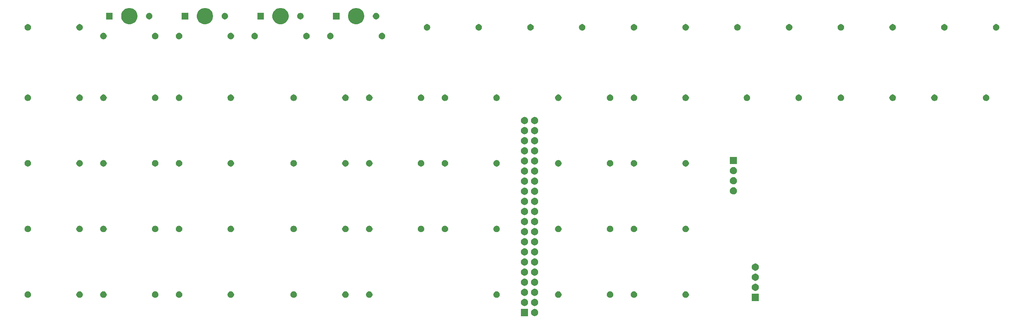
<source format=gbr>
G04 #@! TF.GenerationSoftware,KiCad,Pcbnew,(5.1.5)-3*
G04 #@! TF.CreationDate,2020-01-30T23:29:56+01:00*
G04 #@! TF.ProjectId,3003,33303033-2e6b-4696-9361-645f70636258,rev?*
G04 #@! TF.SameCoordinates,Original*
G04 #@! TF.FileFunction,Soldermask,Bot*
G04 #@! TF.FilePolarity,Negative*
%FSLAX46Y46*%
G04 Gerber Fmt 4.6, Leading zero omitted, Abs format (unit mm)*
G04 Created by KiCad (PCBNEW (5.1.5)-3) date 2020-01-30 23:29:56*
%MOMM*%
%LPD*%
G04 APERTURE LIST*
%ADD10C,0.100000*%
G04 APERTURE END LIST*
D10*
G36*
X138653512Y-79603927D02*
G01*
X138802812Y-79633624D01*
X138966784Y-79701544D01*
X139114354Y-79800147D01*
X139239853Y-79925646D01*
X139338456Y-80073216D01*
X139406376Y-80237188D01*
X139441000Y-80411259D01*
X139441000Y-80588741D01*
X139406376Y-80762812D01*
X139338456Y-80926784D01*
X139239853Y-81074354D01*
X139114354Y-81199853D01*
X138966784Y-81298456D01*
X138802812Y-81366376D01*
X138653512Y-81396073D01*
X138628742Y-81401000D01*
X138451258Y-81401000D01*
X138426488Y-81396073D01*
X138277188Y-81366376D01*
X138113216Y-81298456D01*
X137965646Y-81199853D01*
X137840147Y-81074354D01*
X137741544Y-80926784D01*
X137673624Y-80762812D01*
X137639000Y-80588741D01*
X137639000Y-80411259D01*
X137673624Y-80237188D01*
X137741544Y-80073216D01*
X137840147Y-79925646D01*
X137965646Y-79800147D01*
X138113216Y-79701544D01*
X138277188Y-79633624D01*
X138426488Y-79603927D01*
X138451258Y-79599000D01*
X138628742Y-79599000D01*
X138653512Y-79603927D01*
G37*
G36*
X136901000Y-81401000D02*
G01*
X135099000Y-81401000D01*
X135099000Y-79599000D01*
X136901000Y-79599000D01*
X136901000Y-81401000D01*
G37*
G36*
X138653512Y-77063927D02*
G01*
X138802812Y-77093624D01*
X138966784Y-77161544D01*
X139114354Y-77260147D01*
X139239853Y-77385646D01*
X139338456Y-77533216D01*
X139406376Y-77697188D01*
X139441000Y-77871259D01*
X139441000Y-78048741D01*
X139406376Y-78222812D01*
X139338456Y-78386784D01*
X139239853Y-78534354D01*
X139114354Y-78659853D01*
X138966784Y-78758456D01*
X138802812Y-78826376D01*
X138653512Y-78856073D01*
X138628742Y-78861000D01*
X138451258Y-78861000D01*
X138426488Y-78856073D01*
X138277188Y-78826376D01*
X138113216Y-78758456D01*
X137965646Y-78659853D01*
X137840147Y-78534354D01*
X137741544Y-78386784D01*
X137673624Y-78222812D01*
X137639000Y-78048741D01*
X137639000Y-77871259D01*
X137673624Y-77697188D01*
X137741544Y-77533216D01*
X137840147Y-77385646D01*
X137965646Y-77260147D01*
X138113216Y-77161544D01*
X138277188Y-77093624D01*
X138426488Y-77063927D01*
X138451258Y-77059000D01*
X138628742Y-77059000D01*
X138653512Y-77063927D01*
G37*
G36*
X136113512Y-77063927D02*
G01*
X136262812Y-77093624D01*
X136426784Y-77161544D01*
X136574354Y-77260147D01*
X136699853Y-77385646D01*
X136798456Y-77533216D01*
X136866376Y-77697188D01*
X136901000Y-77871259D01*
X136901000Y-78048741D01*
X136866376Y-78222812D01*
X136798456Y-78386784D01*
X136699853Y-78534354D01*
X136574354Y-78659853D01*
X136426784Y-78758456D01*
X136262812Y-78826376D01*
X136113512Y-78856073D01*
X136088742Y-78861000D01*
X135911258Y-78861000D01*
X135886488Y-78856073D01*
X135737188Y-78826376D01*
X135573216Y-78758456D01*
X135425646Y-78659853D01*
X135300147Y-78534354D01*
X135201544Y-78386784D01*
X135133624Y-78222812D01*
X135099000Y-78048741D01*
X135099000Y-77871259D01*
X135133624Y-77697188D01*
X135201544Y-77533216D01*
X135300147Y-77385646D01*
X135425646Y-77260147D01*
X135573216Y-77161544D01*
X135737188Y-77093624D01*
X135886488Y-77063927D01*
X135911258Y-77059000D01*
X136088742Y-77059000D01*
X136113512Y-77063927D01*
G37*
G36*
X194901000Y-77601000D02*
G01*
X193099000Y-77601000D01*
X193099000Y-75799000D01*
X194901000Y-75799000D01*
X194901000Y-77601000D01*
G37*
G36*
X62437142Y-75218242D02*
G01*
X62585101Y-75279529D01*
X62718255Y-75368499D01*
X62831501Y-75481745D01*
X62920471Y-75614899D01*
X62981758Y-75762858D01*
X63013000Y-75919925D01*
X63013000Y-76080075D01*
X62981758Y-76237142D01*
X62920471Y-76385101D01*
X62831501Y-76518255D01*
X62718255Y-76631501D01*
X62585101Y-76720471D01*
X62437142Y-76781758D01*
X62280075Y-76813000D01*
X62119925Y-76813000D01*
X61962858Y-76781758D01*
X61814899Y-76720471D01*
X61681745Y-76631501D01*
X61568499Y-76518255D01*
X61479529Y-76385101D01*
X61418242Y-76237142D01*
X61387000Y-76080075D01*
X61387000Y-75919925D01*
X61418242Y-75762858D01*
X61479529Y-75614899D01*
X61568499Y-75481745D01*
X61681745Y-75368499D01*
X61814899Y-75279529D01*
X61962858Y-75218242D01*
X62119925Y-75187000D01*
X62280075Y-75187000D01*
X62437142Y-75218242D01*
G37*
G36*
X163737142Y-75218242D02*
G01*
X163885101Y-75279529D01*
X164018255Y-75368499D01*
X164131501Y-75481745D01*
X164220471Y-75614899D01*
X164281758Y-75762858D01*
X164313000Y-75919925D01*
X164313000Y-76080075D01*
X164281758Y-76237142D01*
X164220471Y-76385101D01*
X164131501Y-76518255D01*
X164018255Y-76631501D01*
X163885101Y-76720471D01*
X163737142Y-76781758D01*
X163580075Y-76813000D01*
X163419925Y-76813000D01*
X163262858Y-76781758D01*
X163114899Y-76720471D01*
X162981745Y-76631501D01*
X162868499Y-76518255D01*
X162779529Y-76385101D01*
X162718242Y-76237142D01*
X162687000Y-76080075D01*
X162687000Y-75919925D01*
X162718242Y-75762858D01*
X162779529Y-75614899D01*
X162868499Y-75481745D01*
X162981745Y-75368499D01*
X163114899Y-75279529D01*
X163262858Y-75218242D01*
X163419925Y-75187000D01*
X163580075Y-75187000D01*
X163737142Y-75218242D01*
G37*
G36*
X144737142Y-75218242D02*
G01*
X144885101Y-75279529D01*
X145018255Y-75368499D01*
X145131501Y-75481745D01*
X145220471Y-75614899D01*
X145281758Y-75762858D01*
X145313000Y-75919925D01*
X145313000Y-76080075D01*
X145281758Y-76237142D01*
X145220471Y-76385101D01*
X145131501Y-76518255D01*
X145018255Y-76631501D01*
X144885101Y-76720471D01*
X144737142Y-76781758D01*
X144580075Y-76813000D01*
X144419925Y-76813000D01*
X144262858Y-76781758D01*
X144114899Y-76720471D01*
X143981745Y-76631501D01*
X143868499Y-76518255D01*
X143779529Y-76385101D01*
X143718242Y-76237142D01*
X143687000Y-76080075D01*
X143687000Y-75919925D01*
X143718242Y-75762858D01*
X143779529Y-75614899D01*
X143868499Y-75481745D01*
X143981745Y-75368499D01*
X144114899Y-75279529D01*
X144262858Y-75218242D01*
X144419925Y-75187000D01*
X144580075Y-75187000D01*
X144737142Y-75218242D01*
G37*
G36*
X43437142Y-75218242D02*
G01*
X43585101Y-75279529D01*
X43718255Y-75368499D01*
X43831501Y-75481745D01*
X43920471Y-75614899D01*
X43981758Y-75762858D01*
X44013000Y-75919925D01*
X44013000Y-76080075D01*
X43981758Y-76237142D01*
X43920471Y-76385101D01*
X43831501Y-76518255D01*
X43718255Y-76631501D01*
X43585101Y-76720471D01*
X43437142Y-76781758D01*
X43280075Y-76813000D01*
X43119925Y-76813000D01*
X42962858Y-76781758D01*
X42814899Y-76720471D01*
X42681745Y-76631501D01*
X42568499Y-76518255D01*
X42479529Y-76385101D01*
X42418242Y-76237142D01*
X42387000Y-76080075D01*
X42387000Y-75919925D01*
X42418242Y-75762858D01*
X42479529Y-75614899D01*
X42568499Y-75481745D01*
X42681745Y-75368499D01*
X42814899Y-75279529D01*
X42962858Y-75218242D01*
X43119925Y-75187000D01*
X43280075Y-75187000D01*
X43437142Y-75218242D01*
G37*
G36*
X30437142Y-75218242D02*
G01*
X30585101Y-75279529D01*
X30718255Y-75368499D01*
X30831501Y-75481745D01*
X30920471Y-75614899D01*
X30981758Y-75762858D01*
X31013000Y-75919925D01*
X31013000Y-76080075D01*
X30981758Y-76237142D01*
X30920471Y-76385101D01*
X30831501Y-76518255D01*
X30718255Y-76631501D01*
X30585101Y-76720471D01*
X30437142Y-76781758D01*
X30280075Y-76813000D01*
X30119925Y-76813000D01*
X29962858Y-76781758D01*
X29814899Y-76720471D01*
X29681745Y-76631501D01*
X29568499Y-76518255D01*
X29479529Y-76385101D01*
X29418242Y-76237142D01*
X29387000Y-76080075D01*
X29387000Y-75919925D01*
X29418242Y-75762858D01*
X29479529Y-75614899D01*
X29568499Y-75481745D01*
X29681745Y-75368499D01*
X29814899Y-75279529D01*
X29962858Y-75218242D01*
X30119925Y-75187000D01*
X30280075Y-75187000D01*
X30437142Y-75218242D01*
G37*
G36*
X91237142Y-75218242D02*
G01*
X91385101Y-75279529D01*
X91518255Y-75368499D01*
X91631501Y-75481745D01*
X91720471Y-75614899D01*
X91781758Y-75762858D01*
X91813000Y-75919925D01*
X91813000Y-76080075D01*
X91781758Y-76237142D01*
X91720471Y-76385101D01*
X91631501Y-76518255D01*
X91518255Y-76631501D01*
X91385101Y-76720471D01*
X91237142Y-76781758D01*
X91080075Y-76813000D01*
X90919925Y-76813000D01*
X90762858Y-76781758D01*
X90614899Y-76720471D01*
X90481745Y-76631501D01*
X90368499Y-76518255D01*
X90279529Y-76385101D01*
X90218242Y-76237142D01*
X90187000Y-76080075D01*
X90187000Y-75919925D01*
X90218242Y-75762858D01*
X90279529Y-75614899D01*
X90368499Y-75481745D01*
X90481745Y-75368499D01*
X90614899Y-75279529D01*
X90762858Y-75218242D01*
X90919925Y-75187000D01*
X91080075Y-75187000D01*
X91237142Y-75218242D01*
G37*
G36*
X78237142Y-75218242D02*
G01*
X78385101Y-75279529D01*
X78518255Y-75368499D01*
X78631501Y-75481745D01*
X78720471Y-75614899D01*
X78781758Y-75762858D01*
X78813000Y-75919925D01*
X78813000Y-76080075D01*
X78781758Y-76237142D01*
X78720471Y-76385101D01*
X78631501Y-76518255D01*
X78518255Y-76631501D01*
X78385101Y-76720471D01*
X78237142Y-76781758D01*
X78080075Y-76813000D01*
X77919925Y-76813000D01*
X77762858Y-76781758D01*
X77614899Y-76720471D01*
X77481745Y-76631501D01*
X77368499Y-76518255D01*
X77279529Y-76385101D01*
X77218242Y-76237142D01*
X77187000Y-76080075D01*
X77187000Y-75919925D01*
X77218242Y-75762858D01*
X77279529Y-75614899D01*
X77368499Y-75481745D01*
X77481745Y-75368499D01*
X77614899Y-75279529D01*
X77762858Y-75218242D01*
X77919925Y-75187000D01*
X78080075Y-75187000D01*
X78237142Y-75218242D01*
G37*
G36*
X157737142Y-75218242D02*
G01*
X157885101Y-75279529D01*
X158018255Y-75368499D01*
X158131501Y-75481745D01*
X158220471Y-75614899D01*
X158281758Y-75762858D01*
X158313000Y-75919925D01*
X158313000Y-76080075D01*
X158281758Y-76237142D01*
X158220471Y-76385101D01*
X158131501Y-76518255D01*
X158018255Y-76631501D01*
X157885101Y-76720471D01*
X157737142Y-76781758D01*
X157580075Y-76813000D01*
X157419925Y-76813000D01*
X157262858Y-76781758D01*
X157114899Y-76720471D01*
X156981745Y-76631501D01*
X156868499Y-76518255D01*
X156779529Y-76385101D01*
X156718242Y-76237142D01*
X156687000Y-76080075D01*
X156687000Y-75919925D01*
X156718242Y-75762858D01*
X156779529Y-75614899D01*
X156868499Y-75481745D01*
X156981745Y-75368499D01*
X157114899Y-75279529D01*
X157262858Y-75218242D01*
X157419925Y-75187000D01*
X157580075Y-75187000D01*
X157737142Y-75218242D01*
G37*
G36*
X49437142Y-75218242D02*
G01*
X49585101Y-75279529D01*
X49718255Y-75368499D01*
X49831501Y-75481745D01*
X49920471Y-75614899D01*
X49981758Y-75762858D01*
X50013000Y-75919925D01*
X50013000Y-76080075D01*
X49981758Y-76237142D01*
X49920471Y-76385101D01*
X49831501Y-76518255D01*
X49718255Y-76631501D01*
X49585101Y-76720471D01*
X49437142Y-76781758D01*
X49280075Y-76813000D01*
X49119925Y-76813000D01*
X48962858Y-76781758D01*
X48814899Y-76720471D01*
X48681745Y-76631501D01*
X48568499Y-76518255D01*
X48479529Y-76385101D01*
X48418242Y-76237142D01*
X48387000Y-76080075D01*
X48387000Y-75919925D01*
X48418242Y-75762858D01*
X48479529Y-75614899D01*
X48568499Y-75481745D01*
X48681745Y-75368499D01*
X48814899Y-75279529D01*
X48962858Y-75218242D01*
X49119925Y-75187000D01*
X49280075Y-75187000D01*
X49437142Y-75218242D01*
G37*
G36*
X97237142Y-75218242D02*
G01*
X97385101Y-75279529D01*
X97518255Y-75368499D01*
X97631501Y-75481745D01*
X97720471Y-75614899D01*
X97781758Y-75762858D01*
X97813000Y-75919925D01*
X97813000Y-76080075D01*
X97781758Y-76237142D01*
X97720471Y-76385101D01*
X97631501Y-76518255D01*
X97518255Y-76631501D01*
X97385101Y-76720471D01*
X97237142Y-76781758D01*
X97080075Y-76813000D01*
X96919925Y-76813000D01*
X96762858Y-76781758D01*
X96614899Y-76720471D01*
X96481745Y-76631501D01*
X96368499Y-76518255D01*
X96279529Y-76385101D01*
X96218242Y-76237142D01*
X96187000Y-76080075D01*
X96187000Y-75919925D01*
X96218242Y-75762858D01*
X96279529Y-75614899D01*
X96368499Y-75481745D01*
X96481745Y-75368499D01*
X96614899Y-75279529D01*
X96762858Y-75218242D01*
X96919925Y-75187000D01*
X97080075Y-75187000D01*
X97237142Y-75218242D01*
G37*
G36*
X129237142Y-75218242D02*
G01*
X129385101Y-75279529D01*
X129518255Y-75368499D01*
X129631501Y-75481745D01*
X129720471Y-75614899D01*
X129781758Y-75762858D01*
X129813000Y-75919925D01*
X129813000Y-76080075D01*
X129781758Y-76237142D01*
X129720471Y-76385101D01*
X129631501Y-76518255D01*
X129518255Y-76631501D01*
X129385101Y-76720471D01*
X129237142Y-76781758D01*
X129080075Y-76813000D01*
X128919925Y-76813000D01*
X128762858Y-76781758D01*
X128614899Y-76720471D01*
X128481745Y-76631501D01*
X128368499Y-76518255D01*
X128279529Y-76385101D01*
X128218242Y-76237142D01*
X128187000Y-76080075D01*
X128187000Y-75919925D01*
X128218242Y-75762858D01*
X128279529Y-75614899D01*
X128368499Y-75481745D01*
X128481745Y-75368499D01*
X128614899Y-75279529D01*
X128762858Y-75218242D01*
X128919925Y-75187000D01*
X129080075Y-75187000D01*
X129237142Y-75218242D01*
G37*
G36*
X24437142Y-75218242D02*
G01*
X24585101Y-75279529D01*
X24718255Y-75368499D01*
X24831501Y-75481745D01*
X24920471Y-75614899D01*
X24981758Y-75762858D01*
X25013000Y-75919925D01*
X25013000Y-76080075D01*
X24981758Y-76237142D01*
X24920471Y-76385101D01*
X24831501Y-76518255D01*
X24718255Y-76631501D01*
X24585101Y-76720471D01*
X24437142Y-76781758D01*
X24280075Y-76813000D01*
X24119925Y-76813000D01*
X23962858Y-76781758D01*
X23814899Y-76720471D01*
X23681745Y-76631501D01*
X23568499Y-76518255D01*
X23479529Y-76385101D01*
X23418242Y-76237142D01*
X23387000Y-76080075D01*
X23387000Y-75919925D01*
X23418242Y-75762858D01*
X23479529Y-75614899D01*
X23568499Y-75481745D01*
X23681745Y-75368499D01*
X23814899Y-75279529D01*
X23962858Y-75218242D01*
X24119925Y-75187000D01*
X24280075Y-75187000D01*
X24437142Y-75218242D01*
G37*
G36*
X11437142Y-75218242D02*
G01*
X11585101Y-75279529D01*
X11718255Y-75368499D01*
X11831501Y-75481745D01*
X11920471Y-75614899D01*
X11981758Y-75762858D01*
X12013000Y-75919925D01*
X12013000Y-76080075D01*
X11981758Y-76237142D01*
X11920471Y-76385101D01*
X11831501Y-76518255D01*
X11718255Y-76631501D01*
X11585101Y-76720471D01*
X11437142Y-76781758D01*
X11280075Y-76813000D01*
X11119925Y-76813000D01*
X10962858Y-76781758D01*
X10814899Y-76720471D01*
X10681745Y-76631501D01*
X10568499Y-76518255D01*
X10479529Y-76385101D01*
X10418242Y-76237142D01*
X10387000Y-76080075D01*
X10387000Y-75919925D01*
X10418242Y-75762858D01*
X10479529Y-75614899D01*
X10568499Y-75481745D01*
X10681745Y-75368499D01*
X10814899Y-75279529D01*
X10962858Y-75218242D01*
X11119925Y-75187000D01*
X11280075Y-75187000D01*
X11437142Y-75218242D01*
G37*
G36*
X176737142Y-75218242D02*
G01*
X176885101Y-75279529D01*
X177018255Y-75368499D01*
X177131501Y-75481745D01*
X177220471Y-75614899D01*
X177281758Y-75762858D01*
X177313000Y-75919925D01*
X177313000Y-76080075D01*
X177281758Y-76237142D01*
X177220471Y-76385101D01*
X177131501Y-76518255D01*
X177018255Y-76631501D01*
X176885101Y-76720471D01*
X176737142Y-76781758D01*
X176580075Y-76813000D01*
X176419925Y-76813000D01*
X176262858Y-76781758D01*
X176114899Y-76720471D01*
X175981745Y-76631501D01*
X175868499Y-76518255D01*
X175779529Y-76385101D01*
X175718242Y-76237142D01*
X175687000Y-76080075D01*
X175687000Y-75919925D01*
X175718242Y-75762858D01*
X175779529Y-75614899D01*
X175868499Y-75481745D01*
X175981745Y-75368499D01*
X176114899Y-75279529D01*
X176262858Y-75218242D01*
X176419925Y-75187000D01*
X176580075Y-75187000D01*
X176737142Y-75218242D01*
G37*
G36*
X136113512Y-74523927D02*
G01*
X136262812Y-74553624D01*
X136426784Y-74621544D01*
X136574354Y-74720147D01*
X136699853Y-74845646D01*
X136798456Y-74993216D01*
X136866376Y-75157188D01*
X136901000Y-75331259D01*
X136901000Y-75508741D01*
X136866376Y-75682812D01*
X136798456Y-75846784D01*
X136699853Y-75994354D01*
X136574354Y-76119853D01*
X136426784Y-76218456D01*
X136262812Y-76286376D01*
X136113512Y-76316073D01*
X136088742Y-76321000D01*
X135911258Y-76321000D01*
X135886488Y-76316073D01*
X135737188Y-76286376D01*
X135573216Y-76218456D01*
X135425646Y-76119853D01*
X135300147Y-75994354D01*
X135201544Y-75846784D01*
X135133624Y-75682812D01*
X135099000Y-75508741D01*
X135099000Y-75331259D01*
X135133624Y-75157188D01*
X135201544Y-74993216D01*
X135300147Y-74845646D01*
X135425646Y-74720147D01*
X135573216Y-74621544D01*
X135737188Y-74553624D01*
X135886488Y-74523927D01*
X135911258Y-74519000D01*
X136088742Y-74519000D01*
X136113512Y-74523927D01*
G37*
G36*
X138653512Y-74523927D02*
G01*
X138802812Y-74553624D01*
X138966784Y-74621544D01*
X139114354Y-74720147D01*
X139239853Y-74845646D01*
X139338456Y-74993216D01*
X139406376Y-75157188D01*
X139441000Y-75331259D01*
X139441000Y-75508741D01*
X139406376Y-75682812D01*
X139338456Y-75846784D01*
X139239853Y-75994354D01*
X139114354Y-76119853D01*
X138966784Y-76218456D01*
X138802812Y-76286376D01*
X138653512Y-76316073D01*
X138628742Y-76321000D01*
X138451258Y-76321000D01*
X138426488Y-76316073D01*
X138277188Y-76286376D01*
X138113216Y-76218456D01*
X137965646Y-76119853D01*
X137840147Y-75994354D01*
X137741544Y-75846784D01*
X137673624Y-75682812D01*
X137639000Y-75508741D01*
X137639000Y-75331259D01*
X137673624Y-75157188D01*
X137741544Y-74993216D01*
X137840147Y-74845646D01*
X137965646Y-74720147D01*
X138113216Y-74621544D01*
X138277188Y-74553624D01*
X138426488Y-74523927D01*
X138451258Y-74519000D01*
X138628742Y-74519000D01*
X138653512Y-74523927D01*
G37*
G36*
X194113512Y-73263927D02*
G01*
X194262812Y-73293624D01*
X194426784Y-73361544D01*
X194574354Y-73460147D01*
X194699853Y-73585646D01*
X194798456Y-73733216D01*
X194866376Y-73897188D01*
X194901000Y-74071259D01*
X194901000Y-74248741D01*
X194866376Y-74422812D01*
X194798456Y-74586784D01*
X194699853Y-74734354D01*
X194574354Y-74859853D01*
X194426784Y-74958456D01*
X194262812Y-75026376D01*
X194113512Y-75056073D01*
X194088742Y-75061000D01*
X193911258Y-75061000D01*
X193886488Y-75056073D01*
X193737188Y-75026376D01*
X193573216Y-74958456D01*
X193425646Y-74859853D01*
X193300147Y-74734354D01*
X193201544Y-74586784D01*
X193133624Y-74422812D01*
X193099000Y-74248741D01*
X193099000Y-74071259D01*
X193133624Y-73897188D01*
X193201544Y-73733216D01*
X193300147Y-73585646D01*
X193425646Y-73460147D01*
X193573216Y-73361544D01*
X193737188Y-73293624D01*
X193886488Y-73263927D01*
X193911258Y-73259000D01*
X194088742Y-73259000D01*
X194113512Y-73263927D01*
G37*
G36*
X138653512Y-71983927D02*
G01*
X138802812Y-72013624D01*
X138966784Y-72081544D01*
X139114354Y-72180147D01*
X139239853Y-72305646D01*
X139338456Y-72453216D01*
X139406376Y-72617188D01*
X139441000Y-72791259D01*
X139441000Y-72968741D01*
X139406376Y-73142812D01*
X139338456Y-73306784D01*
X139239853Y-73454354D01*
X139114354Y-73579853D01*
X138966784Y-73678456D01*
X138802812Y-73746376D01*
X138653512Y-73776073D01*
X138628742Y-73781000D01*
X138451258Y-73781000D01*
X138426488Y-73776073D01*
X138277188Y-73746376D01*
X138113216Y-73678456D01*
X137965646Y-73579853D01*
X137840147Y-73454354D01*
X137741544Y-73306784D01*
X137673624Y-73142812D01*
X137639000Y-72968741D01*
X137639000Y-72791259D01*
X137673624Y-72617188D01*
X137741544Y-72453216D01*
X137840147Y-72305646D01*
X137965646Y-72180147D01*
X138113216Y-72081544D01*
X138277188Y-72013624D01*
X138426488Y-71983927D01*
X138451258Y-71979000D01*
X138628742Y-71979000D01*
X138653512Y-71983927D01*
G37*
G36*
X136113512Y-71983927D02*
G01*
X136262812Y-72013624D01*
X136426784Y-72081544D01*
X136574354Y-72180147D01*
X136699853Y-72305646D01*
X136798456Y-72453216D01*
X136866376Y-72617188D01*
X136901000Y-72791259D01*
X136901000Y-72968741D01*
X136866376Y-73142812D01*
X136798456Y-73306784D01*
X136699853Y-73454354D01*
X136574354Y-73579853D01*
X136426784Y-73678456D01*
X136262812Y-73746376D01*
X136113512Y-73776073D01*
X136088742Y-73781000D01*
X135911258Y-73781000D01*
X135886488Y-73776073D01*
X135737188Y-73746376D01*
X135573216Y-73678456D01*
X135425646Y-73579853D01*
X135300147Y-73454354D01*
X135201544Y-73306784D01*
X135133624Y-73142812D01*
X135099000Y-72968741D01*
X135099000Y-72791259D01*
X135133624Y-72617188D01*
X135201544Y-72453216D01*
X135300147Y-72305646D01*
X135425646Y-72180147D01*
X135573216Y-72081544D01*
X135737188Y-72013624D01*
X135886488Y-71983927D01*
X135911258Y-71979000D01*
X136088742Y-71979000D01*
X136113512Y-71983927D01*
G37*
G36*
X194113512Y-70723927D02*
G01*
X194262812Y-70753624D01*
X194426784Y-70821544D01*
X194574354Y-70920147D01*
X194699853Y-71045646D01*
X194798456Y-71193216D01*
X194866376Y-71357188D01*
X194901000Y-71531259D01*
X194901000Y-71708741D01*
X194866376Y-71882812D01*
X194798456Y-72046784D01*
X194699853Y-72194354D01*
X194574354Y-72319853D01*
X194426784Y-72418456D01*
X194262812Y-72486376D01*
X194113512Y-72516073D01*
X194088742Y-72521000D01*
X193911258Y-72521000D01*
X193886488Y-72516073D01*
X193737188Y-72486376D01*
X193573216Y-72418456D01*
X193425646Y-72319853D01*
X193300147Y-72194354D01*
X193201544Y-72046784D01*
X193133624Y-71882812D01*
X193099000Y-71708741D01*
X193099000Y-71531259D01*
X193133624Y-71357188D01*
X193201544Y-71193216D01*
X193300147Y-71045646D01*
X193425646Y-70920147D01*
X193573216Y-70821544D01*
X193737188Y-70753624D01*
X193886488Y-70723927D01*
X193911258Y-70719000D01*
X194088742Y-70719000D01*
X194113512Y-70723927D01*
G37*
G36*
X138653512Y-69443927D02*
G01*
X138802812Y-69473624D01*
X138966784Y-69541544D01*
X139114354Y-69640147D01*
X139239853Y-69765646D01*
X139338456Y-69913216D01*
X139406376Y-70077188D01*
X139441000Y-70251259D01*
X139441000Y-70428741D01*
X139406376Y-70602812D01*
X139338456Y-70766784D01*
X139239853Y-70914354D01*
X139114354Y-71039853D01*
X138966784Y-71138456D01*
X138802812Y-71206376D01*
X138653512Y-71236073D01*
X138628742Y-71241000D01*
X138451258Y-71241000D01*
X138426488Y-71236073D01*
X138277188Y-71206376D01*
X138113216Y-71138456D01*
X137965646Y-71039853D01*
X137840147Y-70914354D01*
X137741544Y-70766784D01*
X137673624Y-70602812D01*
X137639000Y-70428741D01*
X137639000Y-70251259D01*
X137673624Y-70077188D01*
X137741544Y-69913216D01*
X137840147Y-69765646D01*
X137965646Y-69640147D01*
X138113216Y-69541544D01*
X138277188Y-69473624D01*
X138426488Y-69443927D01*
X138451258Y-69439000D01*
X138628742Y-69439000D01*
X138653512Y-69443927D01*
G37*
G36*
X136113512Y-69443927D02*
G01*
X136262812Y-69473624D01*
X136426784Y-69541544D01*
X136574354Y-69640147D01*
X136699853Y-69765646D01*
X136798456Y-69913216D01*
X136866376Y-70077188D01*
X136901000Y-70251259D01*
X136901000Y-70428741D01*
X136866376Y-70602812D01*
X136798456Y-70766784D01*
X136699853Y-70914354D01*
X136574354Y-71039853D01*
X136426784Y-71138456D01*
X136262812Y-71206376D01*
X136113512Y-71236073D01*
X136088742Y-71241000D01*
X135911258Y-71241000D01*
X135886488Y-71236073D01*
X135737188Y-71206376D01*
X135573216Y-71138456D01*
X135425646Y-71039853D01*
X135300147Y-70914354D01*
X135201544Y-70766784D01*
X135133624Y-70602812D01*
X135099000Y-70428741D01*
X135099000Y-70251259D01*
X135133624Y-70077188D01*
X135201544Y-69913216D01*
X135300147Y-69765646D01*
X135425646Y-69640147D01*
X135573216Y-69541544D01*
X135737188Y-69473624D01*
X135886488Y-69443927D01*
X135911258Y-69439000D01*
X136088742Y-69439000D01*
X136113512Y-69443927D01*
G37*
G36*
X194113512Y-68183927D02*
G01*
X194262812Y-68213624D01*
X194426784Y-68281544D01*
X194574354Y-68380147D01*
X194699853Y-68505646D01*
X194798456Y-68653216D01*
X194866376Y-68817188D01*
X194901000Y-68991259D01*
X194901000Y-69168741D01*
X194866376Y-69342812D01*
X194798456Y-69506784D01*
X194699853Y-69654354D01*
X194574354Y-69779853D01*
X194426784Y-69878456D01*
X194262812Y-69946376D01*
X194113512Y-69976073D01*
X194088742Y-69981000D01*
X193911258Y-69981000D01*
X193886488Y-69976073D01*
X193737188Y-69946376D01*
X193573216Y-69878456D01*
X193425646Y-69779853D01*
X193300147Y-69654354D01*
X193201544Y-69506784D01*
X193133624Y-69342812D01*
X193099000Y-69168741D01*
X193099000Y-68991259D01*
X193133624Y-68817188D01*
X193201544Y-68653216D01*
X193300147Y-68505646D01*
X193425646Y-68380147D01*
X193573216Y-68281544D01*
X193737188Y-68213624D01*
X193886488Y-68183927D01*
X193911258Y-68179000D01*
X194088742Y-68179000D01*
X194113512Y-68183927D01*
G37*
G36*
X138653512Y-66903927D02*
G01*
X138802812Y-66933624D01*
X138966784Y-67001544D01*
X139114354Y-67100147D01*
X139239853Y-67225646D01*
X139338456Y-67373216D01*
X139406376Y-67537188D01*
X139441000Y-67711259D01*
X139441000Y-67888741D01*
X139406376Y-68062812D01*
X139338456Y-68226784D01*
X139239853Y-68374354D01*
X139114354Y-68499853D01*
X138966784Y-68598456D01*
X138802812Y-68666376D01*
X138653512Y-68696073D01*
X138628742Y-68701000D01*
X138451258Y-68701000D01*
X138426488Y-68696073D01*
X138277188Y-68666376D01*
X138113216Y-68598456D01*
X137965646Y-68499853D01*
X137840147Y-68374354D01*
X137741544Y-68226784D01*
X137673624Y-68062812D01*
X137639000Y-67888741D01*
X137639000Y-67711259D01*
X137673624Y-67537188D01*
X137741544Y-67373216D01*
X137840147Y-67225646D01*
X137965646Y-67100147D01*
X138113216Y-67001544D01*
X138277188Y-66933624D01*
X138426488Y-66903927D01*
X138451258Y-66899000D01*
X138628742Y-66899000D01*
X138653512Y-66903927D01*
G37*
G36*
X136113512Y-66903927D02*
G01*
X136262812Y-66933624D01*
X136426784Y-67001544D01*
X136574354Y-67100147D01*
X136699853Y-67225646D01*
X136798456Y-67373216D01*
X136866376Y-67537188D01*
X136901000Y-67711259D01*
X136901000Y-67888741D01*
X136866376Y-68062812D01*
X136798456Y-68226784D01*
X136699853Y-68374354D01*
X136574354Y-68499853D01*
X136426784Y-68598456D01*
X136262812Y-68666376D01*
X136113512Y-68696073D01*
X136088742Y-68701000D01*
X135911258Y-68701000D01*
X135886488Y-68696073D01*
X135737188Y-68666376D01*
X135573216Y-68598456D01*
X135425646Y-68499853D01*
X135300147Y-68374354D01*
X135201544Y-68226784D01*
X135133624Y-68062812D01*
X135099000Y-67888741D01*
X135099000Y-67711259D01*
X135133624Y-67537188D01*
X135201544Y-67373216D01*
X135300147Y-67225646D01*
X135425646Y-67100147D01*
X135573216Y-67001544D01*
X135737188Y-66933624D01*
X135886488Y-66903927D01*
X135911258Y-66899000D01*
X136088742Y-66899000D01*
X136113512Y-66903927D01*
G37*
G36*
X138653512Y-64363927D02*
G01*
X138802812Y-64393624D01*
X138966784Y-64461544D01*
X139114354Y-64560147D01*
X139239853Y-64685646D01*
X139338456Y-64833216D01*
X139406376Y-64997188D01*
X139441000Y-65171259D01*
X139441000Y-65348741D01*
X139406376Y-65522812D01*
X139338456Y-65686784D01*
X139239853Y-65834354D01*
X139114354Y-65959853D01*
X138966784Y-66058456D01*
X138802812Y-66126376D01*
X138653512Y-66156073D01*
X138628742Y-66161000D01*
X138451258Y-66161000D01*
X138426488Y-66156073D01*
X138277188Y-66126376D01*
X138113216Y-66058456D01*
X137965646Y-65959853D01*
X137840147Y-65834354D01*
X137741544Y-65686784D01*
X137673624Y-65522812D01*
X137639000Y-65348741D01*
X137639000Y-65171259D01*
X137673624Y-64997188D01*
X137741544Y-64833216D01*
X137840147Y-64685646D01*
X137965646Y-64560147D01*
X138113216Y-64461544D01*
X138277188Y-64393624D01*
X138426488Y-64363927D01*
X138451258Y-64359000D01*
X138628742Y-64359000D01*
X138653512Y-64363927D01*
G37*
G36*
X136113512Y-64363927D02*
G01*
X136262812Y-64393624D01*
X136426784Y-64461544D01*
X136574354Y-64560147D01*
X136699853Y-64685646D01*
X136798456Y-64833216D01*
X136866376Y-64997188D01*
X136901000Y-65171259D01*
X136901000Y-65348741D01*
X136866376Y-65522812D01*
X136798456Y-65686784D01*
X136699853Y-65834354D01*
X136574354Y-65959853D01*
X136426784Y-66058456D01*
X136262812Y-66126376D01*
X136113512Y-66156073D01*
X136088742Y-66161000D01*
X135911258Y-66161000D01*
X135886488Y-66156073D01*
X135737188Y-66126376D01*
X135573216Y-66058456D01*
X135425646Y-65959853D01*
X135300147Y-65834354D01*
X135201544Y-65686784D01*
X135133624Y-65522812D01*
X135099000Y-65348741D01*
X135099000Y-65171259D01*
X135133624Y-64997188D01*
X135201544Y-64833216D01*
X135300147Y-64685646D01*
X135425646Y-64560147D01*
X135573216Y-64461544D01*
X135737188Y-64393624D01*
X135886488Y-64363927D01*
X135911258Y-64359000D01*
X136088742Y-64359000D01*
X136113512Y-64363927D01*
G37*
G36*
X136113512Y-61823927D02*
G01*
X136262812Y-61853624D01*
X136426784Y-61921544D01*
X136574354Y-62020147D01*
X136699853Y-62145646D01*
X136798456Y-62293216D01*
X136866376Y-62457188D01*
X136901000Y-62631259D01*
X136901000Y-62808741D01*
X136866376Y-62982812D01*
X136798456Y-63146784D01*
X136699853Y-63294354D01*
X136574354Y-63419853D01*
X136426784Y-63518456D01*
X136262812Y-63586376D01*
X136113512Y-63616073D01*
X136088742Y-63621000D01*
X135911258Y-63621000D01*
X135886488Y-63616073D01*
X135737188Y-63586376D01*
X135573216Y-63518456D01*
X135425646Y-63419853D01*
X135300147Y-63294354D01*
X135201544Y-63146784D01*
X135133624Y-62982812D01*
X135099000Y-62808741D01*
X135099000Y-62631259D01*
X135133624Y-62457188D01*
X135201544Y-62293216D01*
X135300147Y-62145646D01*
X135425646Y-62020147D01*
X135573216Y-61921544D01*
X135737188Y-61853624D01*
X135886488Y-61823927D01*
X135911258Y-61819000D01*
X136088742Y-61819000D01*
X136113512Y-61823927D01*
G37*
G36*
X138653512Y-61823927D02*
G01*
X138802812Y-61853624D01*
X138966784Y-61921544D01*
X139114354Y-62020147D01*
X139239853Y-62145646D01*
X139338456Y-62293216D01*
X139406376Y-62457188D01*
X139441000Y-62631259D01*
X139441000Y-62808741D01*
X139406376Y-62982812D01*
X139338456Y-63146784D01*
X139239853Y-63294354D01*
X139114354Y-63419853D01*
X138966784Y-63518456D01*
X138802812Y-63586376D01*
X138653512Y-63616073D01*
X138628742Y-63621000D01*
X138451258Y-63621000D01*
X138426488Y-63616073D01*
X138277188Y-63586376D01*
X138113216Y-63518456D01*
X137965646Y-63419853D01*
X137840147Y-63294354D01*
X137741544Y-63146784D01*
X137673624Y-62982812D01*
X137639000Y-62808741D01*
X137639000Y-62631259D01*
X137673624Y-62457188D01*
X137741544Y-62293216D01*
X137840147Y-62145646D01*
X137965646Y-62020147D01*
X138113216Y-61921544D01*
X138277188Y-61853624D01*
X138426488Y-61823927D01*
X138451258Y-61819000D01*
X138628742Y-61819000D01*
X138653512Y-61823927D01*
G37*
G36*
X136113512Y-59283927D02*
G01*
X136262812Y-59313624D01*
X136426784Y-59381544D01*
X136574354Y-59480147D01*
X136699853Y-59605646D01*
X136798456Y-59753216D01*
X136866376Y-59917188D01*
X136901000Y-60091259D01*
X136901000Y-60268741D01*
X136866376Y-60442812D01*
X136798456Y-60606784D01*
X136699853Y-60754354D01*
X136574354Y-60879853D01*
X136426784Y-60978456D01*
X136262812Y-61046376D01*
X136113512Y-61076073D01*
X136088742Y-61081000D01*
X135911258Y-61081000D01*
X135886488Y-61076073D01*
X135737188Y-61046376D01*
X135573216Y-60978456D01*
X135425646Y-60879853D01*
X135300147Y-60754354D01*
X135201544Y-60606784D01*
X135133624Y-60442812D01*
X135099000Y-60268741D01*
X135099000Y-60091259D01*
X135133624Y-59917188D01*
X135201544Y-59753216D01*
X135300147Y-59605646D01*
X135425646Y-59480147D01*
X135573216Y-59381544D01*
X135737188Y-59313624D01*
X135886488Y-59283927D01*
X135911258Y-59279000D01*
X136088742Y-59279000D01*
X136113512Y-59283927D01*
G37*
G36*
X138653512Y-59283927D02*
G01*
X138802812Y-59313624D01*
X138966784Y-59381544D01*
X139114354Y-59480147D01*
X139239853Y-59605646D01*
X139338456Y-59753216D01*
X139406376Y-59917188D01*
X139441000Y-60091259D01*
X139441000Y-60268741D01*
X139406376Y-60442812D01*
X139338456Y-60606784D01*
X139239853Y-60754354D01*
X139114354Y-60879853D01*
X138966784Y-60978456D01*
X138802812Y-61046376D01*
X138653512Y-61076073D01*
X138628742Y-61081000D01*
X138451258Y-61081000D01*
X138426488Y-61076073D01*
X138277188Y-61046376D01*
X138113216Y-60978456D01*
X137965646Y-60879853D01*
X137840147Y-60754354D01*
X137741544Y-60606784D01*
X137673624Y-60442812D01*
X137639000Y-60268741D01*
X137639000Y-60091259D01*
X137673624Y-59917188D01*
X137741544Y-59753216D01*
X137840147Y-59605646D01*
X137965646Y-59480147D01*
X138113216Y-59381544D01*
X138277188Y-59313624D01*
X138426488Y-59283927D01*
X138451258Y-59279000D01*
X138628742Y-59279000D01*
X138653512Y-59283927D01*
G37*
G36*
X97237142Y-58718242D02*
G01*
X97385101Y-58779529D01*
X97518255Y-58868499D01*
X97631501Y-58981745D01*
X97720471Y-59114899D01*
X97781758Y-59262858D01*
X97813000Y-59419925D01*
X97813000Y-59580075D01*
X97781758Y-59737142D01*
X97720471Y-59885101D01*
X97631501Y-60018255D01*
X97518255Y-60131501D01*
X97385101Y-60220471D01*
X97237142Y-60281758D01*
X97080075Y-60313000D01*
X96919925Y-60313000D01*
X96762858Y-60281758D01*
X96614899Y-60220471D01*
X96481745Y-60131501D01*
X96368499Y-60018255D01*
X96279529Y-59885101D01*
X96218242Y-59737142D01*
X96187000Y-59580075D01*
X96187000Y-59419925D01*
X96218242Y-59262858D01*
X96279529Y-59114899D01*
X96368499Y-58981745D01*
X96481745Y-58868499D01*
X96614899Y-58779529D01*
X96762858Y-58718242D01*
X96919925Y-58687000D01*
X97080075Y-58687000D01*
X97237142Y-58718242D01*
G37*
G36*
X30437142Y-58718242D02*
G01*
X30585101Y-58779529D01*
X30718255Y-58868499D01*
X30831501Y-58981745D01*
X30920471Y-59114899D01*
X30981758Y-59262858D01*
X31013000Y-59419925D01*
X31013000Y-59580075D01*
X30981758Y-59737142D01*
X30920471Y-59885101D01*
X30831501Y-60018255D01*
X30718255Y-60131501D01*
X30585101Y-60220471D01*
X30437142Y-60281758D01*
X30280075Y-60313000D01*
X30119925Y-60313000D01*
X29962858Y-60281758D01*
X29814899Y-60220471D01*
X29681745Y-60131501D01*
X29568499Y-60018255D01*
X29479529Y-59885101D01*
X29418242Y-59737142D01*
X29387000Y-59580075D01*
X29387000Y-59419925D01*
X29418242Y-59262858D01*
X29479529Y-59114899D01*
X29568499Y-58981745D01*
X29681745Y-58868499D01*
X29814899Y-58779529D01*
X29962858Y-58718242D01*
X30119925Y-58687000D01*
X30280075Y-58687000D01*
X30437142Y-58718242D01*
G37*
G36*
X24437142Y-58718242D02*
G01*
X24585101Y-58779529D01*
X24718255Y-58868499D01*
X24831501Y-58981745D01*
X24920471Y-59114899D01*
X24981758Y-59262858D01*
X25013000Y-59419925D01*
X25013000Y-59580075D01*
X24981758Y-59737142D01*
X24920471Y-59885101D01*
X24831501Y-60018255D01*
X24718255Y-60131501D01*
X24585101Y-60220471D01*
X24437142Y-60281758D01*
X24280075Y-60313000D01*
X24119925Y-60313000D01*
X23962858Y-60281758D01*
X23814899Y-60220471D01*
X23681745Y-60131501D01*
X23568499Y-60018255D01*
X23479529Y-59885101D01*
X23418242Y-59737142D01*
X23387000Y-59580075D01*
X23387000Y-59419925D01*
X23418242Y-59262858D01*
X23479529Y-59114899D01*
X23568499Y-58981745D01*
X23681745Y-58868499D01*
X23814899Y-58779529D01*
X23962858Y-58718242D01*
X24119925Y-58687000D01*
X24280075Y-58687000D01*
X24437142Y-58718242D01*
G37*
G36*
X163737142Y-58718242D02*
G01*
X163885101Y-58779529D01*
X164018255Y-58868499D01*
X164131501Y-58981745D01*
X164220471Y-59114899D01*
X164281758Y-59262858D01*
X164313000Y-59419925D01*
X164313000Y-59580075D01*
X164281758Y-59737142D01*
X164220471Y-59885101D01*
X164131501Y-60018255D01*
X164018255Y-60131501D01*
X163885101Y-60220471D01*
X163737142Y-60281758D01*
X163580075Y-60313000D01*
X163419925Y-60313000D01*
X163262858Y-60281758D01*
X163114899Y-60220471D01*
X162981745Y-60131501D01*
X162868499Y-60018255D01*
X162779529Y-59885101D01*
X162718242Y-59737142D01*
X162687000Y-59580075D01*
X162687000Y-59419925D01*
X162718242Y-59262858D01*
X162779529Y-59114899D01*
X162868499Y-58981745D01*
X162981745Y-58868499D01*
X163114899Y-58779529D01*
X163262858Y-58718242D01*
X163419925Y-58687000D01*
X163580075Y-58687000D01*
X163737142Y-58718242D01*
G37*
G36*
X176737142Y-58718242D02*
G01*
X176885101Y-58779529D01*
X177018255Y-58868499D01*
X177131501Y-58981745D01*
X177220471Y-59114899D01*
X177281758Y-59262858D01*
X177313000Y-59419925D01*
X177313000Y-59580075D01*
X177281758Y-59737142D01*
X177220471Y-59885101D01*
X177131501Y-60018255D01*
X177018255Y-60131501D01*
X176885101Y-60220471D01*
X176737142Y-60281758D01*
X176580075Y-60313000D01*
X176419925Y-60313000D01*
X176262858Y-60281758D01*
X176114899Y-60220471D01*
X175981745Y-60131501D01*
X175868499Y-60018255D01*
X175779529Y-59885101D01*
X175718242Y-59737142D01*
X175687000Y-59580075D01*
X175687000Y-59419925D01*
X175718242Y-59262858D01*
X175779529Y-59114899D01*
X175868499Y-58981745D01*
X175981745Y-58868499D01*
X176114899Y-58779529D01*
X176262858Y-58718242D01*
X176419925Y-58687000D01*
X176580075Y-58687000D01*
X176737142Y-58718242D01*
G37*
G36*
X11437142Y-58718242D02*
G01*
X11585101Y-58779529D01*
X11718255Y-58868499D01*
X11831501Y-58981745D01*
X11920471Y-59114899D01*
X11981758Y-59262858D01*
X12013000Y-59419925D01*
X12013000Y-59580075D01*
X11981758Y-59737142D01*
X11920471Y-59885101D01*
X11831501Y-60018255D01*
X11718255Y-60131501D01*
X11585101Y-60220471D01*
X11437142Y-60281758D01*
X11280075Y-60313000D01*
X11119925Y-60313000D01*
X10962858Y-60281758D01*
X10814899Y-60220471D01*
X10681745Y-60131501D01*
X10568499Y-60018255D01*
X10479529Y-59885101D01*
X10418242Y-59737142D01*
X10387000Y-59580075D01*
X10387000Y-59419925D01*
X10418242Y-59262858D01*
X10479529Y-59114899D01*
X10568499Y-58981745D01*
X10681745Y-58868499D01*
X10814899Y-58779529D01*
X10962858Y-58718242D01*
X11119925Y-58687000D01*
X11280075Y-58687000D01*
X11437142Y-58718242D01*
G37*
G36*
X91237142Y-58718242D02*
G01*
X91385101Y-58779529D01*
X91518255Y-58868499D01*
X91631501Y-58981745D01*
X91720471Y-59114899D01*
X91781758Y-59262858D01*
X91813000Y-59419925D01*
X91813000Y-59580075D01*
X91781758Y-59737142D01*
X91720471Y-59885101D01*
X91631501Y-60018255D01*
X91518255Y-60131501D01*
X91385101Y-60220471D01*
X91237142Y-60281758D01*
X91080075Y-60313000D01*
X90919925Y-60313000D01*
X90762858Y-60281758D01*
X90614899Y-60220471D01*
X90481745Y-60131501D01*
X90368499Y-60018255D01*
X90279529Y-59885101D01*
X90218242Y-59737142D01*
X90187000Y-59580075D01*
X90187000Y-59419925D01*
X90218242Y-59262858D01*
X90279529Y-59114899D01*
X90368499Y-58981745D01*
X90481745Y-58868499D01*
X90614899Y-58779529D01*
X90762858Y-58718242D01*
X90919925Y-58687000D01*
X91080075Y-58687000D01*
X91237142Y-58718242D01*
G37*
G36*
X78237142Y-58718242D02*
G01*
X78385101Y-58779529D01*
X78518255Y-58868499D01*
X78631501Y-58981745D01*
X78720471Y-59114899D01*
X78781758Y-59262858D01*
X78813000Y-59419925D01*
X78813000Y-59580075D01*
X78781758Y-59737142D01*
X78720471Y-59885101D01*
X78631501Y-60018255D01*
X78518255Y-60131501D01*
X78385101Y-60220471D01*
X78237142Y-60281758D01*
X78080075Y-60313000D01*
X77919925Y-60313000D01*
X77762858Y-60281758D01*
X77614899Y-60220471D01*
X77481745Y-60131501D01*
X77368499Y-60018255D01*
X77279529Y-59885101D01*
X77218242Y-59737142D01*
X77187000Y-59580075D01*
X77187000Y-59419925D01*
X77218242Y-59262858D01*
X77279529Y-59114899D01*
X77368499Y-58981745D01*
X77481745Y-58868499D01*
X77614899Y-58779529D01*
X77762858Y-58718242D01*
X77919925Y-58687000D01*
X78080075Y-58687000D01*
X78237142Y-58718242D01*
G37*
G36*
X49437142Y-58718242D02*
G01*
X49585101Y-58779529D01*
X49718255Y-58868499D01*
X49831501Y-58981745D01*
X49920471Y-59114899D01*
X49981758Y-59262858D01*
X50013000Y-59419925D01*
X50013000Y-59580075D01*
X49981758Y-59737142D01*
X49920471Y-59885101D01*
X49831501Y-60018255D01*
X49718255Y-60131501D01*
X49585101Y-60220471D01*
X49437142Y-60281758D01*
X49280075Y-60313000D01*
X49119925Y-60313000D01*
X48962858Y-60281758D01*
X48814899Y-60220471D01*
X48681745Y-60131501D01*
X48568499Y-60018255D01*
X48479529Y-59885101D01*
X48418242Y-59737142D01*
X48387000Y-59580075D01*
X48387000Y-59419925D01*
X48418242Y-59262858D01*
X48479529Y-59114899D01*
X48568499Y-58981745D01*
X48681745Y-58868499D01*
X48814899Y-58779529D01*
X48962858Y-58718242D01*
X49119925Y-58687000D01*
X49280075Y-58687000D01*
X49437142Y-58718242D01*
G37*
G36*
X116237142Y-58718242D02*
G01*
X116385101Y-58779529D01*
X116518255Y-58868499D01*
X116631501Y-58981745D01*
X116720471Y-59114899D01*
X116781758Y-59262858D01*
X116813000Y-59419925D01*
X116813000Y-59580075D01*
X116781758Y-59737142D01*
X116720471Y-59885101D01*
X116631501Y-60018255D01*
X116518255Y-60131501D01*
X116385101Y-60220471D01*
X116237142Y-60281758D01*
X116080075Y-60313000D01*
X115919925Y-60313000D01*
X115762858Y-60281758D01*
X115614899Y-60220471D01*
X115481745Y-60131501D01*
X115368499Y-60018255D01*
X115279529Y-59885101D01*
X115218242Y-59737142D01*
X115187000Y-59580075D01*
X115187000Y-59419925D01*
X115218242Y-59262858D01*
X115279529Y-59114899D01*
X115368499Y-58981745D01*
X115481745Y-58868499D01*
X115614899Y-58779529D01*
X115762858Y-58718242D01*
X115919925Y-58687000D01*
X116080075Y-58687000D01*
X116237142Y-58718242D01*
G37*
G36*
X129237142Y-58718242D02*
G01*
X129385101Y-58779529D01*
X129518255Y-58868499D01*
X129631501Y-58981745D01*
X129720471Y-59114899D01*
X129781758Y-59262858D01*
X129813000Y-59419925D01*
X129813000Y-59580075D01*
X129781758Y-59737142D01*
X129720471Y-59885101D01*
X129631501Y-60018255D01*
X129518255Y-60131501D01*
X129385101Y-60220471D01*
X129237142Y-60281758D01*
X129080075Y-60313000D01*
X128919925Y-60313000D01*
X128762858Y-60281758D01*
X128614899Y-60220471D01*
X128481745Y-60131501D01*
X128368499Y-60018255D01*
X128279529Y-59885101D01*
X128218242Y-59737142D01*
X128187000Y-59580075D01*
X128187000Y-59419925D01*
X128218242Y-59262858D01*
X128279529Y-59114899D01*
X128368499Y-58981745D01*
X128481745Y-58868499D01*
X128614899Y-58779529D01*
X128762858Y-58718242D01*
X128919925Y-58687000D01*
X129080075Y-58687000D01*
X129237142Y-58718242D01*
G37*
G36*
X144737142Y-58718242D02*
G01*
X144885101Y-58779529D01*
X145018255Y-58868499D01*
X145131501Y-58981745D01*
X145220471Y-59114899D01*
X145281758Y-59262858D01*
X145313000Y-59419925D01*
X145313000Y-59580075D01*
X145281758Y-59737142D01*
X145220471Y-59885101D01*
X145131501Y-60018255D01*
X145018255Y-60131501D01*
X144885101Y-60220471D01*
X144737142Y-60281758D01*
X144580075Y-60313000D01*
X144419925Y-60313000D01*
X144262858Y-60281758D01*
X144114899Y-60220471D01*
X143981745Y-60131501D01*
X143868499Y-60018255D01*
X143779529Y-59885101D01*
X143718242Y-59737142D01*
X143687000Y-59580075D01*
X143687000Y-59419925D01*
X143718242Y-59262858D01*
X143779529Y-59114899D01*
X143868499Y-58981745D01*
X143981745Y-58868499D01*
X144114899Y-58779529D01*
X144262858Y-58718242D01*
X144419925Y-58687000D01*
X144580075Y-58687000D01*
X144737142Y-58718242D01*
G37*
G36*
X157737142Y-58718242D02*
G01*
X157885101Y-58779529D01*
X158018255Y-58868499D01*
X158131501Y-58981745D01*
X158220471Y-59114899D01*
X158281758Y-59262858D01*
X158313000Y-59419925D01*
X158313000Y-59580075D01*
X158281758Y-59737142D01*
X158220471Y-59885101D01*
X158131501Y-60018255D01*
X158018255Y-60131501D01*
X157885101Y-60220471D01*
X157737142Y-60281758D01*
X157580075Y-60313000D01*
X157419925Y-60313000D01*
X157262858Y-60281758D01*
X157114899Y-60220471D01*
X156981745Y-60131501D01*
X156868499Y-60018255D01*
X156779529Y-59885101D01*
X156718242Y-59737142D01*
X156687000Y-59580075D01*
X156687000Y-59419925D01*
X156718242Y-59262858D01*
X156779529Y-59114899D01*
X156868499Y-58981745D01*
X156981745Y-58868499D01*
X157114899Y-58779529D01*
X157262858Y-58718242D01*
X157419925Y-58687000D01*
X157580075Y-58687000D01*
X157737142Y-58718242D01*
G37*
G36*
X110237142Y-58718242D02*
G01*
X110385101Y-58779529D01*
X110518255Y-58868499D01*
X110631501Y-58981745D01*
X110720471Y-59114899D01*
X110781758Y-59262858D01*
X110813000Y-59419925D01*
X110813000Y-59580075D01*
X110781758Y-59737142D01*
X110720471Y-59885101D01*
X110631501Y-60018255D01*
X110518255Y-60131501D01*
X110385101Y-60220471D01*
X110237142Y-60281758D01*
X110080075Y-60313000D01*
X109919925Y-60313000D01*
X109762858Y-60281758D01*
X109614899Y-60220471D01*
X109481745Y-60131501D01*
X109368499Y-60018255D01*
X109279529Y-59885101D01*
X109218242Y-59737142D01*
X109187000Y-59580075D01*
X109187000Y-59419925D01*
X109218242Y-59262858D01*
X109279529Y-59114899D01*
X109368499Y-58981745D01*
X109481745Y-58868499D01*
X109614899Y-58779529D01*
X109762858Y-58718242D01*
X109919925Y-58687000D01*
X110080075Y-58687000D01*
X110237142Y-58718242D01*
G37*
G36*
X62437142Y-58718242D02*
G01*
X62585101Y-58779529D01*
X62718255Y-58868499D01*
X62831501Y-58981745D01*
X62920471Y-59114899D01*
X62981758Y-59262858D01*
X63013000Y-59419925D01*
X63013000Y-59580075D01*
X62981758Y-59737142D01*
X62920471Y-59885101D01*
X62831501Y-60018255D01*
X62718255Y-60131501D01*
X62585101Y-60220471D01*
X62437142Y-60281758D01*
X62280075Y-60313000D01*
X62119925Y-60313000D01*
X61962858Y-60281758D01*
X61814899Y-60220471D01*
X61681745Y-60131501D01*
X61568499Y-60018255D01*
X61479529Y-59885101D01*
X61418242Y-59737142D01*
X61387000Y-59580075D01*
X61387000Y-59419925D01*
X61418242Y-59262858D01*
X61479529Y-59114899D01*
X61568499Y-58981745D01*
X61681745Y-58868499D01*
X61814899Y-58779529D01*
X61962858Y-58718242D01*
X62119925Y-58687000D01*
X62280075Y-58687000D01*
X62437142Y-58718242D01*
G37*
G36*
X43437142Y-58718242D02*
G01*
X43585101Y-58779529D01*
X43718255Y-58868499D01*
X43831501Y-58981745D01*
X43920471Y-59114899D01*
X43981758Y-59262858D01*
X44013000Y-59419925D01*
X44013000Y-59580075D01*
X43981758Y-59737142D01*
X43920471Y-59885101D01*
X43831501Y-60018255D01*
X43718255Y-60131501D01*
X43585101Y-60220471D01*
X43437142Y-60281758D01*
X43280075Y-60313000D01*
X43119925Y-60313000D01*
X42962858Y-60281758D01*
X42814899Y-60220471D01*
X42681745Y-60131501D01*
X42568499Y-60018255D01*
X42479529Y-59885101D01*
X42418242Y-59737142D01*
X42387000Y-59580075D01*
X42387000Y-59419925D01*
X42418242Y-59262858D01*
X42479529Y-59114899D01*
X42568499Y-58981745D01*
X42681745Y-58868499D01*
X42814899Y-58779529D01*
X42962858Y-58718242D01*
X43119925Y-58687000D01*
X43280075Y-58687000D01*
X43437142Y-58718242D01*
G37*
G36*
X138653512Y-56743927D02*
G01*
X138802812Y-56773624D01*
X138966784Y-56841544D01*
X139114354Y-56940147D01*
X139239853Y-57065646D01*
X139338456Y-57213216D01*
X139406376Y-57377188D01*
X139441000Y-57551259D01*
X139441000Y-57728741D01*
X139406376Y-57902812D01*
X139338456Y-58066784D01*
X139239853Y-58214354D01*
X139114354Y-58339853D01*
X138966784Y-58438456D01*
X138802812Y-58506376D01*
X138653512Y-58536073D01*
X138628742Y-58541000D01*
X138451258Y-58541000D01*
X138426488Y-58536073D01*
X138277188Y-58506376D01*
X138113216Y-58438456D01*
X137965646Y-58339853D01*
X137840147Y-58214354D01*
X137741544Y-58066784D01*
X137673624Y-57902812D01*
X137639000Y-57728741D01*
X137639000Y-57551259D01*
X137673624Y-57377188D01*
X137741544Y-57213216D01*
X137840147Y-57065646D01*
X137965646Y-56940147D01*
X138113216Y-56841544D01*
X138277188Y-56773624D01*
X138426488Y-56743927D01*
X138451258Y-56739000D01*
X138628742Y-56739000D01*
X138653512Y-56743927D01*
G37*
G36*
X136113512Y-56743927D02*
G01*
X136262812Y-56773624D01*
X136426784Y-56841544D01*
X136574354Y-56940147D01*
X136699853Y-57065646D01*
X136798456Y-57213216D01*
X136866376Y-57377188D01*
X136901000Y-57551259D01*
X136901000Y-57728741D01*
X136866376Y-57902812D01*
X136798456Y-58066784D01*
X136699853Y-58214354D01*
X136574354Y-58339853D01*
X136426784Y-58438456D01*
X136262812Y-58506376D01*
X136113512Y-58536073D01*
X136088742Y-58541000D01*
X135911258Y-58541000D01*
X135886488Y-58536073D01*
X135737188Y-58506376D01*
X135573216Y-58438456D01*
X135425646Y-58339853D01*
X135300147Y-58214354D01*
X135201544Y-58066784D01*
X135133624Y-57902812D01*
X135099000Y-57728741D01*
X135099000Y-57551259D01*
X135133624Y-57377188D01*
X135201544Y-57213216D01*
X135300147Y-57065646D01*
X135425646Y-56940147D01*
X135573216Y-56841544D01*
X135737188Y-56773624D01*
X135886488Y-56743927D01*
X135911258Y-56739000D01*
X136088742Y-56739000D01*
X136113512Y-56743927D01*
G37*
G36*
X138653512Y-54203927D02*
G01*
X138802812Y-54233624D01*
X138966784Y-54301544D01*
X139114354Y-54400147D01*
X139239853Y-54525646D01*
X139338456Y-54673216D01*
X139406376Y-54837188D01*
X139441000Y-55011259D01*
X139441000Y-55188741D01*
X139406376Y-55362812D01*
X139338456Y-55526784D01*
X139239853Y-55674354D01*
X139114354Y-55799853D01*
X138966784Y-55898456D01*
X138802812Y-55966376D01*
X138653512Y-55996073D01*
X138628742Y-56001000D01*
X138451258Y-56001000D01*
X138426488Y-55996073D01*
X138277188Y-55966376D01*
X138113216Y-55898456D01*
X137965646Y-55799853D01*
X137840147Y-55674354D01*
X137741544Y-55526784D01*
X137673624Y-55362812D01*
X137639000Y-55188741D01*
X137639000Y-55011259D01*
X137673624Y-54837188D01*
X137741544Y-54673216D01*
X137840147Y-54525646D01*
X137965646Y-54400147D01*
X138113216Y-54301544D01*
X138277188Y-54233624D01*
X138426488Y-54203927D01*
X138451258Y-54199000D01*
X138628742Y-54199000D01*
X138653512Y-54203927D01*
G37*
G36*
X136113512Y-54203927D02*
G01*
X136262812Y-54233624D01*
X136426784Y-54301544D01*
X136574354Y-54400147D01*
X136699853Y-54525646D01*
X136798456Y-54673216D01*
X136866376Y-54837188D01*
X136901000Y-55011259D01*
X136901000Y-55188741D01*
X136866376Y-55362812D01*
X136798456Y-55526784D01*
X136699853Y-55674354D01*
X136574354Y-55799853D01*
X136426784Y-55898456D01*
X136262812Y-55966376D01*
X136113512Y-55996073D01*
X136088742Y-56001000D01*
X135911258Y-56001000D01*
X135886488Y-55996073D01*
X135737188Y-55966376D01*
X135573216Y-55898456D01*
X135425646Y-55799853D01*
X135300147Y-55674354D01*
X135201544Y-55526784D01*
X135133624Y-55362812D01*
X135099000Y-55188741D01*
X135099000Y-55011259D01*
X135133624Y-54837188D01*
X135201544Y-54673216D01*
X135300147Y-54525646D01*
X135425646Y-54400147D01*
X135573216Y-54301544D01*
X135737188Y-54233624D01*
X135886488Y-54203927D01*
X135911258Y-54199000D01*
X136088742Y-54199000D01*
X136113512Y-54203927D01*
G37*
G36*
X136113512Y-51663927D02*
G01*
X136262812Y-51693624D01*
X136426784Y-51761544D01*
X136574354Y-51860147D01*
X136699853Y-51985646D01*
X136798456Y-52133216D01*
X136866376Y-52297188D01*
X136901000Y-52471259D01*
X136901000Y-52648741D01*
X136866376Y-52822812D01*
X136798456Y-52986784D01*
X136699853Y-53134354D01*
X136574354Y-53259853D01*
X136426784Y-53358456D01*
X136262812Y-53426376D01*
X136113512Y-53456073D01*
X136088742Y-53461000D01*
X135911258Y-53461000D01*
X135886488Y-53456073D01*
X135737188Y-53426376D01*
X135573216Y-53358456D01*
X135425646Y-53259853D01*
X135300147Y-53134354D01*
X135201544Y-52986784D01*
X135133624Y-52822812D01*
X135099000Y-52648741D01*
X135099000Y-52471259D01*
X135133624Y-52297188D01*
X135201544Y-52133216D01*
X135300147Y-51985646D01*
X135425646Y-51860147D01*
X135573216Y-51761544D01*
X135737188Y-51693624D01*
X135886488Y-51663927D01*
X135911258Y-51659000D01*
X136088742Y-51659000D01*
X136113512Y-51663927D01*
G37*
G36*
X138653512Y-51663927D02*
G01*
X138802812Y-51693624D01*
X138966784Y-51761544D01*
X139114354Y-51860147D01*
X139239853Y-51985646D01*
X139338456Y-52133216D01*
X139406376Y-52297188D01*
X139441000Y-52471259D01*
X139441000Y-52648741D01*
X139406376Y-52822812D01*
X139338456Y-52986784D01*
X139239853Y-53134354D01*
X139114354Y-53259853D01*
X138966784Y-53358456D01*
X138802812Y-53426376D01*
X138653512Y-53456073D01*
X138628742Y-53461000D01*
X138451258Y-53461000D01*
X138426488Y-53456073D01*
X138277188Y-53426376D01*
X138113216Y-53358456D01*
X137965646Y-53259853D01*
X137840147Y-53134354D01*
X137741544Y-52986784D01*
X137673624Y-52822812D01*
X137639000Y-52648741D01*
X137639000Y-52471259D01*
X137673624Y-52297188D01*
X137741544Y-52133216D01*
X137840147Y-51985646D01*
X137965646Y-51860147D01*
X138113216Y-51761544D01*
X138277188Y-51693624D01*
X138426488Y-51663927D01*
X138451258Y-51659000D01*
X138628742Y-51659000D01*
X138653512Y-51663927D01*
G37*
G36*
X138641531Y-49121544D02*
G01*
X138802812Y-49153624D01*
X138966784Y-49221544D01*
X139114354Y-49320147D01*
X139239853Y-49445646D01*
X139338456Y-49593216D01*
X139406376Y-49757188D01*
X139441000Y-49931259D01*
X139441000Y-50108741D01*
X139406376Y-50282812D01*
X139338456Y-50446784D01*
X139239853Y-50594354D01*
X139114354Y-50719853D01*
X138966784Y-50818456D01*
X138802812Y-50886376D01*
X138653512Y-50916073D01*
X138628742Y-50921000D01*
X138451258Y-50921000D01*
X138426488Y-50916073D01*
X138277188Y-50886376D01*
X138113216Y-50818456D01*
X137965646Y-50719853D01*
X137840147Y-50594354D01*
X137741544Y-50446784D01*
X137673624Y-50282812D01*
X137639000Y-50108741D01*
X137639000Y-49931259D01*
X137673624Y-49757188D01*
X137741544Y-49593216D01*
X137840147Y-49445646D01*
X137965646Y-49320147D01*
X138113216Y-49221544D01*
X138277188Y-49153624D01*
X138438469Y-49121544D01*
X138451258Y-49119000D01*
X138628742Y-49119000D01*
X138641531Y-49121544D01*
G37*
G36*
X136101531Y-49121544D02*
G01*
X136262812Y-49153624D01*
X136426784Y-49221544D01*
X136574354Y-49320147D01*
X136699853Y-49445646D01*
X136798456Y-49593216D01*
X136866376Y-49757188D01*
X136901000Y-49931259D01*
X136901000Y-50108741D01*
X136866376Y-50282812D01*
X136798456Y-50446784D01*
X136699853Y-50594354D01*
X136574354Y-50719853D01*
X136426784Y-50818456D01*
X136262812Y-50886376D01*
X136113512Y-50916073D01*
X136088742Y-50921000D01*
X135911258Y-50921000D01*
X135886488Y-50916073D01*
X135737188Y-50886376D01*
X135573216Y-50818456D01*
X135425646Y-50719853D01*
X135300147Y-50594354D01*
X135201544Y-50446784D01*
X135133624Y-50282812D01*
X135099000Y-50108741D01*
X135099000Y-49931259D01*
X135133624Y-49757188D01*
X135201544Y-49593216D01*
X135300147Y-49445646D01*
X135425646Y-49320147D01*
X135573216Y-49221544D01*
X135737188Y-49153624D01*
X135898469Y-49121544D01*
X135911258Y-49119000D01*
X136088742Y-49119000D01*
X136101531Y-49121544D01*
G37*
G36*
X188613512Y-49023927D02*
G01*
X188762812Y-49053624D01*
X188926784Y-49121544D01*
X189074354Y-49220147D01*
X189199853Y-49345646D01*
X189298456Y-49493216D01*
X189366376Y-49657188D01*
X189401000Y-49831259D01*
X189401000Y-50008741D01*
X189366376Y-50182812D01*
X189298456Y-50346784D01*
X189199853Y-50494354D01*
X189074354Y-50619853D01*
X188926784Y-50718456D01*
X188762812Y-50786376D01*
X188613512Y-50816073D01*
X188588742Y-50821000D01*
X188411258Y-50821000D01*
X188386488Y-50816073D01*
X188237188Y-50786376D01*
X188073216Y-50718456D01*
X187925646Y-50619853D01*
X187800147Y-50494354D01*
X187701544Y-50346784D01*
X187633624Y-50182812D01*
X187599000Y-50008741D01*
X187599000Y-49831259D01*
X187633624Y-49657188D01*
X187701544Y-49493216D01*
X187800147Y-49345646D01*
X187925646Y-49220147D01*
X188073216Y-49121544D01*
X188237188Y-49053624D01*
X188386488Y-49023927D01*
X188411258Y-49019000D01*
X188588742Y-49019000D01*
X188613512Y-49023927D01*
G37*
G36*
X136101531Y-46581544D02*
G01*
X136262812Y-46613624D01*
X136426784Y-46681544D01*
X136574354Y-46780147D01*
X136699853Y-46905646D01*
X136798456Y-47053216D01*
X136866376Y-47217188D01*
X136901000Y-47391259D01*
X136901000Y-47568741D01*
X136866376Y-47742812D01*
X136798456Y-47906784D01*
X136699853Y-48054354D01*
X136574354Y-48179853D01*
X136426784Y-48278456D01*
X136262812Y-48346376D01*
X136113512Y-48376073D01*
X136088742Y-48381000D01*
X135911258Y-48381000D01*
X135886488Y-48376073D01*
X135737188Y-48346376D01*
X135573216Y-48278456D01*
X135425646Y-48179853D01*
X135300147Y-48054354D01*
X135201544Y-47906784D01*
X135133624Y-47742812D01*
X135099000Y-47568741D01*
X135099000Y-47391259D01*
X135133624Y-47217188D01*
X135201544Y-47053216D01*
X135300147Y-46905646D01*
X135425646Y-46780147D01*
X135573216Y-46681544D01*
X135737188Y-46613624D01*
X135898469Y-46581544D01*
X135911258Y-46579000D01*
X136088742Y-46579000D01*
X136101531Y-46581544D01*
G37*
G36*
X138641531Y-46581544D02*
G01*
X138802812Y-46613624D01*
X138966784Y-46681544D01*
X139114354Y-46780147D01*
X139239853Y-46905646D01*
X139338456Y-47053216D01*
X139406376Y-47217188D01*
X139441000Y-47391259D01*
X139441000Y-47568741D01*
X139406376Y-47742812D01*
X139338456Y-47906784D01*
X139239853Y-48054354D01*
X139114354Y-48179853D01*
X138966784Y-48278456D01*
X138802812Y-48346376D01*
X138653512Y-48376073D01*
X138628742Y-48381000D01*
X138451258Y-48381000D01*
X138426488Y-48376073D01*
X138277188Y-48346376D01*
X138113216Y-48278456D01*
X137965646Y-48179853D01*
X137840147Y-48054354D01*
X137741544Y-47906784D01*
X137673624Y-47742812D01*
X137639000Y-47568741D01*
X137639000Y-47391259D01*
X137673624Y-47217188D01*
X137741544Y-47053216D01*
X137840147Y-46905646D01*
X137965646Y-46780147D01*
X138113216Y-46681544D01*
X138277188Y-46613624D01*
X138438469Y-46581544D01*
X138451258Y-46579000D01*
X138628742Y-46579000D01*
X138641531Y-46581544D01*
G37*
G36*
X188613512Y-46483927D02*
G01*
X188762812Y-46513624D01*
X188926784Y-46581544D01*
X189074354Y-46680147D01*
X189199853Y-46805646D01*
X189298456Y-46953216D01*
X189366376Y-47117188D01*
X189401000Y-47291259D01*
X189401000Y-47468741D01*
X189366376Y-47642812D01*
X189298456Y-47806784D01*
X189199853Y-47954354D01*
X189074354Y-48079853D01*
X188926784Y-48178456D01*
X188762812Y-48246376D01*
X188613512Y-48276073D01*
X188588742Y-48281000D01*
X188411258Y-48281000D01*
X188386488Y-48276073D01*
X188237188Y-48246376D01*
X188073216Y-48178456D01*
X187925646Y-48079853D01*
X187800147Y-47954354D01*
X187701544Y-47806784D01*
X187633624Y-47642812D01*
X187599000Y-47468741D01*
X187599000Y-47291259D01*
X187633624Y-47117188D01*
X187701544Y-46953216D01*
X187800147Y-46805646D01*
X187925646Y-46680147D01*
X188073216Y-46581544D01*
X188237188Y-46513624D01*
X188386488Y-46483927D01*
X188411258Y-46479000D01*
X188588742Y-46479000D01*
X188613512Y-46483927D01*
G37*
G36*
X138641531Y-44041544D02*
G01*
X138802812Y-44073624D01*
X138966784Y-44141544D01*
X139114354Y-44240147D01*
X139239853Y-44365646D01*
X139338456Y-44513216D01*
X139406376Y-44677188D01*
X139441000Y-44851259D01*
X139441000Y-45028741D01*
X139406376Y-45202812D01*
X139338456Y-45366784D01*
X139239853Y-45514354D01*
X139114354Y-45639853D01*
X138966784Y-45738456D01*
X138802812Y-45806376D01*
X138653512Y-45836073D01*
X138628742Y-45841000D01*
X138451258Y-45841000D01*
X138426488Y-45836073D01*
X138277188Y-45806376D01*
X138113216Y-45738456D01*
X137965646Y-45639853D01*
X137840147Y-45514354D01*
X137741544Y-45366784D01*
X137673624Y-45202812D01*
X137639000Y-45028741D01*
X137639000Y-44851259D01*
X137673624Y-44677188D01*
X137741544Y-44513216D01*
X137840147Y-44365646D01*
X137965646Y-44240147D01*
X138113216Y-44141544D01*
X138277188Y-44073624D01*
X138438469Y-44041544D01*
X138451258Y-44039000D01*
X138628742Y-44039000D01*
X138641531Y-44041544D01*
G37*
G36*
X136101531Y-44041544D02*
G01*
X136262812Y-44073624D01*
X136426784Y-44141544D01*
X136574354Y-44240147D01*
X136699853Y-44365646D01*
X136798456Y-44513216D01*
X136866376Y-44677188D01*
X136901000Y-44851259D01*
X136901000Y-45028741D01*
X136866376Y-45202812D01*
X136798456Y-45366784D01*
X136699853Y-45514354D01*
X136574354Y-45639853D01*
X136426784Y-45738456D01*
X136262812Y-45806376D01*
X136113512Y-45836073D01*
X136088742Y-45841000D01*
X135911258Y-45841000D01*
X135886488Y-45836073D01*
X135737188Y-45806376D01*
X135573216Y-45738456D01*
X135425646Y-45639853D01*
X135300147Y-45514354D01*
X135201544Y-45366784D01*
X135133624Y-45202812D01*
X135099000Y-45028741D01*
X135099000Y-44851259D01*
X135133624Y-44677188D01*
X135201544Y-44513216D01*
X135300147Y-44365646D01*
X135425646Y-44240147D01*
X135573216Y-44141544D01*
X135737188Y-44073624D01*
X135898469Y-44041544D01*
X135911258Y-44039000D01*
X136088742Y-44039000D01*
X136101531Y-44041544D01*
G37*
G36*
X188613512Y-43943927D02*
G01*
X188762812Y-43973624D01*
X188926784Y-44041544D01*
X189074354Y-44140147D01*
X189199853Y-44265646D01*
X189298456Y-44413216D01*
X189366376Y-44577188D01*
X189401000Y-44751259D01*
X189401000Y-44928741D01*
X189366376Y-45102812D01*
X189298456Y-45266784D01*
X189199853Y-45414354D01*
X189074354Y-45539853D01*
X188926784Y-45638456D01*
X188762812Y-45706376D01*
X188613512Y-45736073D01*
X188588742Y-45741000D01*
X188411258Y-45741000D01*
X188386488Y-45736073D01*
X188237188Y-45706376D01*
X188073216Y-45638456D01*
X187925646Y-45539853D01*
X187800147Y-45414354D01*
X187701544Y-45266784D01*
X187633624Y-45102812D01*
X187599000Y-44928741D01*
X187599000Y-44751259D01*
X187633624Y-44577188D01*
X187701544Y-44413216D01*
X187800147Y-44265646D01*
X187925646Y-44140147D01*
X188073216Y-44041544D01*
X188237188Y-43973624D01*
X188386488Y-43943927D01*
X188411258Y-43939000D01*
X188588742Y-43939000D01*
X188613512Y-43943927D01*
G37*
G36*
X157737142Y-42218242D02*
G01*
X157885101Y-42279529D01*
X158018255Y-42368499D01*
X158131501Y-42481745D01*
X158220471Y-42614899D01*
X158281758Y-42762858D01*
X158313000Y-42919925D01*
X158313000Y-43080075D01*
X158281758Y-43237142D01*
X158220471Y-43385101D01*
X158131501Y-43518255D01*
X158018255Y-43631501D01*
X157885101Y-43720471D01*
X157737142Y-43781758D01*
X157580075Y-43813000D01*
X157419925Y-43813000D01*
X157262858Y-43781758D01*
X157114899Y-43720471D01*
X156981745Y-43631501D01*
X156868499Y-43518255D01*
X156779529Y-43385101D01*
X156718242Y-43237142D01*
X156687000Y-43080075D01*
X156687000Y-42919925D01*
X156718242Y-42762858D01*
X156779529Y-42614899D01*
X156868499Y-42481745D01*
X156981745Y-42368499D01*
X157114899Y-42279529D01*
X157262858Y-42218242D01*
X157419925Y-42187000D01*
X157580075Y-42187000D01*
X157737142Y-42218242D01*
G37*
G36*
X116237142Y-42218242D02*
G01*
X116385101Y-42279529D01*
X116518255Y-42368499D01*
X116631501Y-42481745D01*
X116720471Y-42614899D01*
X116781758Y-42762858D01*
X116813000Y-42919925D01*
X116813000Y-43080075D01*
X116781758Y-43237142D01*
X116720471Y-43385101D01*
X116631501Y-43518255D01*
X116518255Y-43631501D01*
X116385101Y-43720471D01*
X116237142Y-43781758D01*
X116080075Y-43813000D01*
X115919925Y-43813000D01*
X115762858Y-43781758D01*
X115614899Y-43720471D01*
X115481745Y-43631501D01*
X115368499Y-43518255D01*
X115279529Y-43385101D01*
X115218242Y-43237142D01*
X115187000Y-43080075D01*
X115187000Y-42919925D01*
X115218242Y-42762858D01*
X115279529Y-42614899D01*
X115368499Y-42481745D01*
X115481745Y-42368499D01*
X115614899Y-42279529D01*
X115762858Y-42218242D01*
X115919925Y-42187000D01*
X116080075Y-42187000D01*
X116237142Y-42218242D01*
G37*
G36*
X129237142Y-42218242D02*
G01*
X129385101Y-42279529D01*
X129518255Y-42368499D01*
X129631501Y-42481745D01*
X129720471Y-42614899D01*
X129781758Y-42762858D01*
X129813000Y-42919925D01*
X129813000Y-43080075D01*
X129781758Y-43237142D01*
X129720471Y-43385101D01*
X129631501Y-43518255D01*
X129518255Y-43631501D01*
X129385101Y-43720471D01*
X129237142Y-43781758D01*
X129080075Y-43813000D01*
X128919925Y-43813000D01*
X128762858Y-43781758D01*
X128614899Y-43720471D01*
X128481745Y-43631501D01*
X128368499Y-43518255D01*
X128279529Y-43385101D01*
X128218242Y-43237142D01*
X128187000Y-43080075D01*
X128187000Y-42919925D01*
X128218242Y-42762858D01*
X128279529Y-42614899D01*
X128368499Y-42481745D01*
X128481745Y-42368499D01*
X128614899Y-42279529D01*
X128762858Y-42218242D01*
X128919925Y-42187000D01*
X129080075Y-42187000D01*
X129237142Y-42218242D01*
G37*
G36*
X144737142Y-42218242D02*
G01*
X144885101Y-42279529D01*
X145018255Y-42368499D01*
X145131501Y-42481745D01*
X145220471Y-42614899D01*
X145281758Y-42762858D01*
X145313000Y-42919925D01*
X145313000Y-43080075D01*
X145281758Y-43237142D01*
X145220471Y-43385101D01*
X145131501Y-43518255D01*
X145018255Y-43631501D01*
X144885101Y-43720471D01*
X144737142Y-43781758D01*
X144580075Y-43813000D01*
X144419925Y-43813000D01*
X144262858Y-43781758D01*
X144114899Y-43720471D01*
X143981745Y-43631501D01*
X143868499Y-43518255D01*
X143779529Y-43385101D01*
X143718242Y-43237142D01*
X143687000Y-43080075D01*
X143687000Y-42919925D01*
X143718242Y-42762858D01*
X143779529Y-42614899D01*
X143868499Y-42481745D01*
X143981745Y-42368499D01*
X144114899Y-42279529D01*
X144262858Y-42218242D01*
X144419925Y-42187000D01*
X144580075Y-42187000D01*
X144737142Y-42218242D01*
G37*
G36*
X97237142Y-42218242D02*
G01*
X97385101Y-42279529D01*
X97518255Y-42368499D01*
X97631501Y-42481745D01*
X97720471Y-42614899D01*
X97781758Y-42762858D01*
X97813000Y-42919925D01*
X97813000Y-43080075D01*
X97781758Y-43237142D01*
X97720471Y-43385101D01*
X97631501Y-43518255D01*
X97518255Y-43631501D01*
X97385101Y-43720471D01*
X97237142Y-43781758D01*
X97080075Y-43813000D01*
X96919925Y-43813000D01*
X96762858Y-43781758D01*
X96614899Y-43720471D01*
X96481745Y-43631501D01*
X96368499Y-43518255D01*
X96279529Y-43385101D01*
X96218242Y-43237142D01*
X96187000Y-43080075D01*
X96187000Y-42919925D01*
X96218242Y-42762858D01*
X96279529Y-42614899D01*
X96368499Y-42481745D01*
X96481745Y-42368499D01*
X96614899Y-42279529D01*
X96762858Y-42218242D01*
X96919925Y-42187000D01*
X97080075Y-42187000D01*
X97237142Y-42218242D01*
G37*
G36*
X91237142Y-42218242D02*
G01*
X91385101Y-42279529D01*
X91518255Y-42368499D01*
X91631501Y-42481745D01*
X91720471Y-42614899D01*
X91781758Y-42762858D01*
X91813000Y-42919925D01*
X91813000Y-43080075D01*
X91781758Y-43237142D01*
X91720471Y-43385101D01*
X91631501Y-43518255D01*
X91518255Y-43631501D01*
X91385101Y-43720471D01*
X91237142Y-43781758D01*
X91080075Y-43813000D01*
X90919925Y-43813000D01*
X90762858Y-43781758D01*
X90614899Y-43720471D01*
X90481745Y-43631501D01*
X90368499Y-43518255D01*
X90279529Y-43385101D01*
X90218242Y-43237142D01*
X90187000Y-43080075D01*
X90187000Y-42919925D01*
X90218242Y-42762858D01*
X90279529Y-42614899D01*
X90368499Y-42481745D01*
X90481745Y-42368499D01*
X90614899Y-42279529D01*
X90762858Y-42218242D01*
X90919925Y-42187000D01*
X91080075Y-42187000D01*
X91237142Y-42218242D01*
G37*
G36*
X110237142Y-42218242D02*
G01*
X110385101Y-42279529D01*
X110518255Y-42368499D01*
X110631501Y-42481745D01*
X110720471Y-42614899D01*
X110781758Y-42762858D01*
X110813000Y-42919925D01*
X110813000Y-43080075D01*
X110781758Y-43237142D01*
X110720471Y-43385101D01*
X110631501Y-43518255D01*
X110518255Y-43631501D01*
X110385101Y-43720471D01*
X110237142Y-43781758D01*
X110080075Y-43813000D01*
X109919925Y-43813000D01*
X109762858Y-43781758D01*
X109614899Y-43720471D01*
X109481745Y-43631501D01*
X109368499Y-43518255D01*
X109279529Y-43385101D01*
X109218242Y-43237142D01*
X109187000Y-43080075D01*
X109187000Y-42919925D01*
X109218242Y-42762858D01*
X109279529Y-42614899D01*
X109368499Y-42481745D01*
X109481745Y-42368499D01*
X109614899Y-42279529D01*
X109762858Y-42218242D01*
X109919925Y-42187000D01*
X110080075Y-42187000D01*
X110237142Y-42218242D01*
G37*
G36*
X24437142Y-42218242D02*
G01*
X24585101Y-42279529D01*
X24718255Y-42368499D01*
X24831501Y-42481745D01*
X24920471Y-42614899D01*
X24981758Y-42762858D01*
X25013000Y-42919925D01*
X25013000Y-43080075D01*
X24981758Y-43237142D01*
X24920471Y-43385101D01*
X24831501Y-43518255D01*
X24718255Y-43631501D01*
X24585101Y-43720471D01*
X24437142Y-43781758D01*
X24280075Y-43813000D01*
X24119925Y-43813000D01*
X23962858Y-43781758D01*
X23814899Y-43720471D01*
X23681745Y-43631501D01*
X23568499Y-43518255D01*
X23479529Y-43385101D01*
X23418242Y-43237142D01*
X23387000Y-43080075D01*
X23387000Y-42919925D01*
X23418242Y-42762858D01*
X23479529Y-42614899D01*
X23568499Y-42481745D01*
X23681745Y-42368499D01*
X23814899Y-42279529D01*
X23962858Y-42218242D01*
X24119925Y-42187000D01*
X24280075Y-42187000D01*
X24437142Y-42218242D01*
G37*
G36*
X43437142Y-42218242D02*
G01*
X43585101Y-42279529D01*
X43718255Y-42368499D01*
X43831501Y-42481745D01*
X43920471Y-42614899D01*
X43981758Y-42762858D01*
X44013000Y-42919925D01*
X44013000Y-43080075D01*
X43981758Y-43237142D01*
X43920471Y-43385101D01*
X43831501Y-43518255D01*
X43718255Y-43631501D01*
X43585101Y-43720471D01*
X43437142Y-43781758D01*
X43280075Y-43813000D01*
X43119925Y-43813000D01*
X42962858Y-43781758D01*
X42814899Y-43720471D01*
X42681745Y-43631501D01*
X42568499Y-43518255D01*
X42479529Y-43385101D01*
X42418242Y-43237142D01*
X42387000Y-43080075D01*
X42387000Y-42919925D01*
X42418242Y-42762858D01*
X42479529Y-42614899D01*
X42568499Y-42481745D01*
X42681745Y-42368499D01*
X42814899Y-42279529D01*
X42962858Y-42218242D01*
X43119925Y-42187000D01*
X43280075Y-42187000D01*
X43437142Y-42218242D01*
G37*
G36*
X49437142Y-42218242D02*
G01*
X49585101Y-42279529D01*
X49718255Y-42368499D01*
X49831501Y-42481745D01*
X49920471Y-42614899D01*
X49981758Y-42762858D01*
X50013000Y-42919925D01*
X50013000Y-43080075D01*
X49981758Y-43237142D01*
X49920471Y-43385101D01*
X49831501Y-43518255D01*
X49718255Y-43631501D01*
X49585101Y-43720471D01*
X49437142Y-43781758D01*
X49280075Y-43813000D01*
X49119925Y-43813000D01*
X48962858Y-43781758D01*
X48814899Y-43720471D01*
X48681745Y-43631501D01*
X48568499Y-43518255D01*
X48479529Y-43385101D01*
X48418242Y-43237142D01*
X48387000Y-43080075D01*
X48387000Y-42919925D01*
X48418242Y-42762858D01*
X48479529Y-42614899D01*
X48568499Y-42481745D01*
X48681745Y-42368499D01*
X48814899Y-42279529D01*
X48962858Y-42218242D01*
X49119925Y-42187000D01*
X49280075Y-42187000D01*
X49437142Y-42218242D01*
G37*
G36*
X62437142Y-42218242D02*
G01*
X62585101Y-42279529D01*
X62718255Y-42368499D01*
X62831501Y-42481745D01*
X62920471Y-42614899D01*
X62981758Y-42762858D01*
X63013000Y-42919925D01*
X63013000Y-43080075D01*
X62981758Y-43237142D01*
X62920471Y-43385101D01*
X62831501Y-43518255D01*
X62718255Y-43631501D01*
X62585101Y-43720471D01*
X62437142Y-43781758D01*
X62280075Y-43813000D01*
X62119925Y-43813000D01*
X61962858Y-43781758D01*
X61814899Y-43720471D01*
X61681745Y-43631501D01*
X61568499Y-43518255D01*
X61479529Y-43385101D01*
X61418242Y-43237142D01*
X61387000Y-43080075D01*
X61387000Y-42919925D01*
X61418242Y-42762858D01*
X61479529Y-42614899D01*
X61568499Y-42481745D01*
X61681745Y-42368499D01*
X61814899Y-42279529D01*
X61962858Y-42218242D01*
X62119925Y-42187000D01*
X62280075Y-42187000D01*
X62437142Y-42218242D01*
G37*
G36*
X78237142Y-42218242D02*
G01*
X78385101Y-42279529D01*
X78518255Y-42368499D01*
X78631501Y-42481745D01*
X78720471Y-42614899D01*
X78781758Y-42762858D01*
X78813000Y-42919925D01*
X78813000Y-43080075D01*
X78781758Y-43237142D01*
X78720471Y-43385101D01*
X78631501Y-43518255D01*
X78518255Y-43631501D01*
X78385101Y-43720471D01*
X78237142Y-43781758D01*
X78080075Y-43813000D01*
X77919925Y-43813000D01*
X77762858Y-43781758D01*
X77614899Y-43720471D01*
X77481745Y-43631501D01*
X77368499Y-43518255D01*
X77279529Y-43385101D01*
X77218242Y-43237142D01*
X77187000Y-43080075D01*
X77187000Y-42919925D01*
X77218242Y-42762858D01*
X77279529Y-42614899D01*
X77368499Y-42481745D01*
X77481745Y-42368499D01*
X77614899Y-42279529D01*
X77762858Y-42218242D01*
X77919925Y-42187000D01*
X78080075Y-42187000D01*
X78237142Y-42218242D01*
G37*
G36*
X176737142Y-42218242D02*
G01*
X176885101Y-42279529D01*
X177018255Y-42368499D01*
X177131501Y-42481745D01*
X177220471Y-42614899D01*
X177281758Y-42762858D01*
X177313000Y-42919925D01*
X177313000Y-43080075D01*
X177281758Y-43237142D01*
X177220471Y-43385101D01*
X177131501Y-43518255D01*
X177018255Y-43631501D01*
X176885101Y-43720471D01*
X176737142Y-43781758D01*
X176580075Y-43813000D01*
X176419925Y-43813000D01*
X176262858Y-43781758D01*
X176114899Y-43720471D01*
X175981745Y-43631501D01*
X175868499Y-43518255D01*
X175779529Y-43385101D01*
X175718242Y-43237142D01*
X175687000Y-43080075D01*
X175687000Y-42919925D01*
X175718242Y-42762858D01*
X175779529Y-42614899D01*
X175868499Y-42481745D01*
X175981745Y-42368499D01*
X176114899Y-42279529D01*
X176262858Y-42218242D01*
X176419925Y-42187000D01*
X176580075Y-42187000D01*
X176737142Y-42218242D01*
G37*
G36*
X163737142Y-42218242D02*
G01*
X163885101Y-42279529D01*
X164018255Y-42368499D01*
X164131501Y-42481745D01*
X164220471Y-42614899D01*
X164281758Y-42762858D01*
X164313000Y-42919925D01*
X164313000Y-43080075D01*
X164281758Y-43237142D01*
X164220471Y-43385101D01*
X164131501Y-43518255D01*
X164018255Y-43631501D01*
X163885101Y-43720471D01*
X163737142Y-43781758D01*
X163580075Y-43813000D01*
X163419925Y-43813000D01*
X163262858Y-43781758D01*
X163114899Y-43720471D01*
X162981745Y-43631501D01*
X162868499Y-43518255D01*
X162779529Y-43385101D01*
X162718242Y-43237142D01*
X162687000Y-43080075D01*
X162687000Y-42919925D01*
X162718242Y-42762858D01*
X162779529Y-42614899D01*
X162868499Y-42481745D01*
X162981745Y-42368499D01*
X163114899Y-42279529D01*
X163262858Y-42218242D01*
X163419925Y-42187000D01*
X163580075Y-42187000D01*
X163737142Y-42218242D01*
G37*
G36*
X11437142Y-42218242D02*
G01*
X11585101Y-42279529D01*
X11718255Y-42368499D01*
X11831501Y-42481745D01*
X11920471Y-42614899D01*
X11981758Y-42762858D01*
X12013000Y-42919925D01*
X12013000Y-43080075D01*
X11981758Y-43237142D01*
X11920471Y-43385101D01*
X11831501Y-43518255D01*
X11718255Y-43631501D01*
X11585101Y-43720471D01*
X11437142Y-43781758D01*
X11280075Y-43813000D01*
X11119925Y-43813000D01*
X10962858Y-43781758D01*
X10814899Y-43720471D01*
X10681745Y-43631501D01*
X10568499Y-43518255D01*
X10479529Y-43385101D01*
X10418242Y-43237142D01*
X10387000Y-43080075D01*
X10387000Y-42919925D01*
X10418242Y-42762858D01*
X10479529Y-42614899D01*
X10568499Y-42481745D01*
X10681745Y-42368499D01*
X10814899Y-42279529D01*
X10962858Y-42218242D01*
X11119925Y-42187000D01*
X11280075Y-42187000D01*
X11437142Y-42218242D01*
G37*
G36*
X30437142Y-42218242D02*
G01*
X30585101Y-42279529D01*
X30718255Y-42368499D01*
X30831501Y-42481745D01*
X30920471Y-42614899D01*
X30981758Y-42762858D01*
X31013000Y-42919925D01*
X31013000Y-43080075D01*
X30981758Y-43237142D01*
X30920471Y-43385101D01*
X30831501Y-43518255D01*
X30718255Y-43631501D01*
X30585101Y-43720471D01*
X30437142Y-43781758D01*
X30280075Y-43813000D01*
X30119925Y-43813000D01*
X29962858Y-43781758D01*
X29814899Y-43720471D01*
X29681745Y-43631501D01*
X29568499Y-43518255D01*
X29479529Y-43385101D01*
X29418242Y-43237142D01*
X29387000Y-43080075D01*
X29387000Y-42919925D01*
X29418242Y-42762858D01*
X29479529Y-42614899D01*
X29568499Y-42481745D01*
X29681745Y-42368499D01*
X29814899Y-42279529D01*
X29962858Y-42218242D01*
X30119925Y-42187000D01*
X30280075Y-42187000D01*
X30437142Y-42218242D01*
G37*
G36*
X136113512Y-41503927D02*
G01*
X136262812Y-41533624D01*
X136426784Y-41601544D01*
X136574354Y-41700147D01*
X136699853Y-41825646D01*
X136798456Y-41973216D01*
X136866376Y-42137188D01*
X136901000Y-42311259D01*
X136901000Y-42488741D01*
X136866376Y-42662812D01*
X136798456Y-42826784D01*
X136699853Y-42974354D01*
X136574354Y-43099853D01*
X136426784Y-43198456D01*
X136262812Y-43266376D01*
X136113512Y-43296073D01*
X136088742Y-43301000D01*
X135911258Y-43301000D01*
X135886488Y-43296073D01*
X135737188Y-43266376D01*
X135573216Y-43198456D01*
X135425646Y-43099853D01*
X135300147Y-42974354D01*
X135201544Y-42826784D01*
X135133624Y-42662812D01*
X135099000Y-42488741D01*
X135099000Y-42311259D01*
X135133624Y-42137188D01*
X135201544Y-41973216D01*
X135300147Y-41825646D01*
X135425646Y-41700147D01*
X135573216Y-41601544D01*
X135737188Y-41533624D01*
X135886488Y-41503927D01*
X135911258Y-41499000D01*
X136088742Y-41499000D01*
X136113512Y-41503927D01*
G37*
G36*
X138653512Y-41503927D02*
G01*
X138802812Y-41533624D01*
X138966784Y-41601544D01*
X139114354Y-41700147D01*
X139239853Y-41825646D01*
X139338456Y-41973216D01*
X139406376Y-42137188D01*
X139441000Y-42311259D01*
X139441000Y-42488741D01*
X139406376Y-42662812D01*
X139338456Y-42826784D01*
X139239853Y-42974354D01*
X139114354Y-43099853D01*
X138966784Y-43198456D01*
X138802812Y-43266376D01*
X138653512Y-43296073D01*
X138628742Y-43301000D01*
X138451258Y-43301000D01*
X138426488Y-43296073D01*
X138277188Y-43266376D01*
X138113216Y-43198456D01*
X137965646Y-43099853D01*
X137840147Y-42974354D01*
X137741544Y-42826784D01*
X137673624Y-42662812D01*
X137639000Y-42488741D01*
X137639000Y-42311259D01*
X137673624Y-42137188D01*
X137741544Y-41973216D01*
X137840147Y-41825646D01*
X137965646Y-41700147D01*
X138113216Y-41601544D01*
X138277188Y-41533624D01*
X138426488Y-41503927D01*
X138451258Y-41499000D01*
X138628742Y-41499000D01*
X138653512Y-41503927D01*
G37*
G36*
X189401000Y-43201000D02*
G01*
X187599000Y-43201000D01*
X187599000Y-41399000D01*
X189401000Y-41399000D01*
X189401000Y-43201000D01*
G37*
G36*
X138653512Y-38963927D02*
G01*
X138802812Y-38993624D01*
X138966784Y-39061544D01*
X139114354Y-39160147D01*
X139239853Y-39285646D01*
X139338456Y-39433216D01*
X139406376Y-39597188D01*
X139441000Y-39771259D01*
X139441000Y-39948741D01*
X139406376Y-40122812D01*
X139338456Y-40286784D01*
X139239853Y-40434354D01*
X139114354Y-40559853D01*
X138966784Y-40658456D01*
X138802812Y-40726376D01*
X138653512Y-40756073D01*
X138628742Y-40761000D01*
X138451258Y-40761000D01*
X138426488Y-40756073D01*
X138277188Y-40726376D01*
X138113216Y-40658456D01*
X137965646Y-40559853D01*
X137840147Y-40434354D01*
X137741544Y-40286784D01*
X137673624Y-40122812D01*
X137639000Y-39948741D01*
X137639000Y-39771259D01*
X137673624Y-39597188D01*
X137741544Y-39433216D01*
X137840147Y-39285646D01*
X137965646Y-39160147D01*
X138113216Y-39061544D01*
X138277188Y-38993624D01*
X138426488Y-38963927D01*
X138451258Y-38959000D01*
X138628742Y-38959000D01*
X138653512Y-38963927D01*
G37*
G36*
X136113512Y-38963927D02*
G01*
X136262812Y-38993624D01*
X136426784Y-39061544D01*
X136574354Y-39160147D01*
X136699853Y-39285646D01*
X136798456Y-39433216D01*
X136866376Y-39597188D01*
X136901000Y-39771259D01*
X136901000Y-39948741D01*
X136866376Y-40122812D01*
X136798456Y-40286784D01*
X136699853Y-40434354D01*
X136574354Y-40559853D01*
X136426784Y-40658456D01*
X136262812Y-40726376D01*
X136113512Y-40756073D01*
X136088742Y-40761000D01*
X135911258Y-40761000D01*
X135886488Y-40756073D01*
X135737188Y-40726376D01*
X135573216Y-40658456D01*
X135425646Y-40559853D01*
X135300147Y-40434354D01*
X135201544Y-40286784D01*
X135133624Y-40122812D01*
X135099000Y-39948741D01*
X135099000Y-39771259D01*
X135133624Y-39597188D01*
X135201544Y-39433216D01*
X135300147Y-39285646D01*
X135425646Y-39160147D01*
X135573216Y-39061544D01*
X135737188Y-38993624D01*
X135886488Y-38963927D01*
X135911258Y-38959000D01*
X136088742Y-38959000D01*
X136113512Y-38963927D01*
G37*
G36*
X136113512Y-36423927D02*
G01*
X136262812Y-36453624D01*
X136426784Y-36521544D01*
X136574354Y-36620147D01*
X136699853Y-36745646D01*
X136798456Y-36893216D01*
X136866376Y-37057188D01*
X136901000Y-37231259D01*
X136901000Y-37408741D01*
X136866376Y-37582812D01*
X136798456Y-37746784D01*
X136699853Y-37894354D01*
X136574354Y-38019853D01*
X136426784Y-38118456D01*
X136262812Y-38186376D01*
X136113512Y-38216073D01*
X136088742Y-38221000D01*
X135911258Y-38221000D01*
X135886488Y-38216073D01*
X135737188Y-38186376D01*
X135573216Y-38118456D01*
X135425646Y-38019853D01*
X135300147Y-37894354D01*
X135201544Y-37746784D01*
X135133624Y-37582812D01*
X135099000Y-37408741D01*
X135099000Y-37231259D01*
X135133624Y-37057188D01*
X135201544Y-36893216D01*
X135300147Y-36745646D01*
X135425646Y-36620147D01*
X135573216Y-36521544D01*
X135737188Y-36453624D01*
X135886488Y-36423927D01*
X135911258Y-36419000D01*
X136088742Y-36419000D01*
X136113512Y-36423927D01*
G37*
G36*
X138653512Y-36423927D02*
G01*
X138802812Y-36453624D01*
X138966784Y-36521544D01*
X139114354Y-36620147D01*
X139239853Y-36745646D01*
X139338456Y-36893216D01*
X139406376Y-37057188D01*
X139441000Y-37231259D01*
X139441000Y-37408741D01*
X139406376Y-37582812D01*
X139338456Y-37746784D01*
X139239853Y-37894354D01*
X139114354Y-38019853D01*
X138966784Y-38118456D01*
X138802812Y-38186376D01*
X138653512Y-38216073D01*
X138628742Y-38221000D01*
X138451258Y-38221000D01*
X138426488Y-38216073D01*
X138277188Y-38186376D01*
X138113216Y-38118456D01*
X137965646Y-38019853D01*
X137840147Y-37894354D01*
X137741544Y-37746784D01*
X137673624Y-37582812D01*
X137639000Y-37408741D01*
X137639000Y-37231259D01*
X137673624Y-37057188D01*
X137741544Y-36893216D01*
X137840147Y-36745646D01*
X137965646Y-36620147D01*
X138113216Y-36521544D01*
X138277188Y-36453624D01*
X138426488Y-36423927D01*
X138451258Y-36419000D01*
X138628742Y-36419000D01*
X138653512Y-36423927D01*
G37*
G36*
X138653512Y-33883927D02*
G01*
X138802812Y-33913624D01*
X138966784Y-33981544D01*
X139114354Y-34080147D01*
X139239853Y-34205646D01*
X139338456Y-34353216D01*
X139406376Y-34517188D01*
X139441000Y-34691259D01*
X139441000Y-34868741D01*
X139406376Y-35042812D01*
X139338456Y-35206784D01*
X139239853Y-35354354D01*
X139114354Y-35479853D01*
X138966784Y-35578456D01*
X138802812Y-35646376D01*
X138653512Y-35676073D01*
X138628742Y-35681000D01*
X138451258Y-35681000D01*
X138426488Y-35676073D01*
X138277188Y-35646376D01*
X138113216Y-35578456D01*
X137965646Y-35479853D01*
X137840147Y-35354354D01*
X137741544Y-35206784D01*
X137673624Y-35042812D01*
X137639000Y-34868741D01*
X137639000Y-34691259D01*
X137673624Y-34517188D01*
X137741544Y-34353216D01*
X137840147Y-34205646D01*
X137965646Y-34080147D01*
X138113216Y-33981544D01*
X138277188Y-33913624D01*
X138426488Y-33883927D01*
X138451258Y-33879000D01*
X138628742Y-33879000D01*
X138653512Y-33883927D01*
G37*
G36*
X136113512Y-33883927D02*
G01*
X136262812Y-33913624D01*
X136426784Y-33981544D01*
X136574354Y-34080147D01*
X136699853Y-34205646D01*
X136798456Y-34353216D01*
X136866376Y-34517188D01*
X136901000Y-34691259D01*
X136901000Y-34868741D01*
X136866376Y-35042812D01*
X136798456Y-35206784D01*
X136699853Y-35354354D01*
X136574354Y-35479853D01*
X136426784Y-35578456D01*
X136262812Y-35646376D01*
X136113512Y-35676073D01*
X136088742Y-35681000D01*
X135911258Y-35681000D01*
X135886488Y-35676073D01*
X135737188Y-35646376D01*
X135573216Y-35578456D01*
X135425646Y-35479853D01*
X135300147Y-35354354D01*
X135201544Y-35206784D01*
X135133624Y-35042812D01*
X135099000Y-34868741D01*
X135099000Y-34691259D01*
X135133624Y-34517188D01*
X135201544Y-34353216D01*
X135300147Y-34205646D01*
X135425646Y-34080147D01*
X135573216Y-33981544D01*
X135737188Y-33913624D01*
X135886488Y-33883927D01*
X135911258Y-33879000D01*
X136088742Y-33879000D01*
X136113512Y-33883927D01*
G37*
G36*
X136113512Y-31343927D02*
G01*
X136262812Y-31373624D01*
X136426784Y-31441544D01*
X136574354Y-31540147D01*
X136699853Y-31665646D01*
X136798456Y-31813216D01*
X136866376Y-31977188D01*
X136901000Y-32151259D01*
X136901000Y-32328741D01*
X136866376Y-32502812D01*
X136798456Y-32666784D01*
X136699853Y-32814354D01*
X136574354Y-32939853D01*
X136426784Y-33038456D01*
X136262812Y-33106376D01*
X136113512Y-33136073D01*
X136088742Y-33141000D01*
X135911258Y-33141000D01*
X135886488Y-33136073D01*
X135737188Y-33106376D01*
X135573216Y-33038456D01*
X135425646Y-32939853D01*
X135300147Y-32814354D01*
X135201544Y-32666784D01*
X135133624Y-32502812D01*
X135099000Y-32328741D01*
X135099000Y-32151259D01*
X135133624Y-31977188D01*
X135201544Y-31813216D01*
X135300147Y-31665646D01*
X135425646Y-31540147D01*
X135573216Y-31441544D01*
X135737188Y-31373624D01*
X135886488Y-31343927D01*
X135911258Y-31339000D01*
X136088742Y-31339000D01*
X136113512Y-31343927D01*
G37*
G36*
X138653512Y-31343927D02*
G01*
X138802812Y-31373624D01*
X138966784Y-31441544D01*
X139114354Y-31540147D01*
X139239853Y-31665646D01*
X139338456Y-31813216D01*
X139406376Y-31977188D01*
X139441000Y-32151259D01*
X139441000Y-32328741D01*
X139406376Y-32502812D01*
X139338456Y-32666784D01*
X139239853Y-32814354D01*
X139114354Y-32939853D01*
X138966784Y-33038456D01*
X138802812Y-33106376D01*
X138653512Y-33136073D01*
X138628742Y-33141000D01*
X138451258Y-33141000D01*
X138426488Y-33136073D01*
X138277188Y-33106376D01*
X138113216Y-33038456D01*
X137965646Y-32939853D01*
X137840147Y-32814354D01*
X137741544Y-32666784D01*
X137673624Y-32502812D01*
X137639000Y-32328741D01*
X137639000Y-32151259D01*
X137673624Y-31977188D01*
X137741544Y-31813216D01*
X137840147Y-31665646D01*
X137965646Y-31540147D01*
X138113216Y-31441544D01*
X138277188Y-31373624D01*
X138426488Y-31343927D01*
X138451258Y-31339000D01*
X138628742Y-31339000D01*
X138653512Y-31343927D01*
G37*
G36*
X215737142Y-25718242D02*
G01*
X215885101Y-25779529D01*
X216018255Y-25868499D01*
X216131501Y-25981745D01*
X216220471Y-26114899D01*
X216281758Y-26262858D01*
X216313000Y-26419925D01*
X216313000Y-26580075D01*
X216281758Y-26737142D01*
X216220471Y-26885101D01*
X216131501Y-27018255D01*
X216018255Y-27131501D01*
X215885101Y-27220471D01*
X215737142Y-27281758D01*
X215580075Y-27313000D01*
X215419925Y-27313000D01*
X215262858Y-27281758D01*
X215114899Y-27220471D01*
X214981745Y-27131501D01*
X214868499Y-27018255D01*
X214779529Y-26885101D01*
X214718242Y-26737142D01*
X214687000Y-26580075D01*
X214687000Y-26419925D01*
X214718242Y-26262858D01*
X214779529Y-26114899D01*
X214868499Y-25981745D01*
X214981745Y-25868499D01*
X215114899Y-25779529D01*
X215262858Y-25718242D01*
X215419925Y-25687000D01*
X215580075Y-25687000D01*
X215737142Y-25718242D01*
G37*
G36*
X205137142Y-25718242D02*
G01*
X205285101Y-25779529D01*
X205418255Y-25868499D01*
X205531501Y-25981745D01*
X205620471Y-26114899D01*
X205681758Y-26262858D01*
X205713000Y-26419925D01*
X205713000Y-26580075D01*
X205681758Y-26737142D01*
X205620471Y-26885101D01*
X205531501Y-27018255D01*
X205418255Y-27131501D01*
X205285101Y-27220471D01*
X205137142Y-27281758D01*
X204980075Y-27313000D01*
X204819925Y-27313000D01*
X204662858Y-27281758D01*
X204514899Y-27220471D01*
X204381745Y-27131501D01*
X204268499Y-27018255D01*
X204179529Y-26885101D01*
X204118242Y-26737142D01*
X204087000Y-26580075D01*
X204087000Y-26419925D01*
X204118242Y-26262858D01*
X204179529Y-26114899D01*
X204268499Y-25981745D01*
X204381745Y-25868499D01*
X204514899Y-25779529D01*
X204662858Y-25718242D01*
X204819925Y-25687000D01*
X204980075Y-25687000D01*
X205137142Y-25718242D01*
G37*
G36*
X192137142Y-25718242D02*
G01*
X192285101Y-25779529D01*
X192418255Y-25868499D01*
X192531501Y-25981745D01*
X192620471Y-26114899D01*
X192681758Y-26262858D01*
X192713000Y-26419925D01*
X192713000Y-26580075D01*
X192681758Y-26737142D01*
X192620471Y-26885101D01*
X192531501Y-27018255D01*
X192418255Y-27131501D01*
X192285101Y-27220471D01*
X192137142Y-27281758D01*
X191980075Y-27313000D01*
X191819925Y-27313000D01*
X191662858Y-27281758D01*
X191514899Y-27220471D01*
X191381745Y-27131501D01*
X191268499Y-27018255D01*
X191179529Y-26885101D01*
X191118242Y-26737142D01*
X191087000Y-26580075D01*
X191087000Y-26419925D01*
X191118242Y-26262858D01*
X191179529Y-26114899D01*
X191268499Y-25981745D01*
X191381745Y-25868499D01*
X191514899Y-25779529D01*
X191662858Y-25718242D01*
X191819925Y-25687000D01*
X191980075Y-25687000D01*
X192137142Y-25718242D01*
G37*
G36*
X176737142Y-25718242D02*
G01*
X176885101Y-25779529D01*
X177018255Y-25868499D01*
X177131501Y-25981745D01*
X177220471Y-26114899D01*
X177281758Y-26262858D01*
X177313000Y-26419925D01*
X177313000Y-26580075D01*
X177281758Y-26737142D01*
X177220471Y-26885101D01*
X177131501Y-27018255D01*
X177018255Y-27131501D01*
X176885101Y-27220471D01*
X176737142Y-27281758D01*
X176580075Y-27313000D01*
X176419925Y-27313000D01*
X176262858Y-27281758D01*
X176114899Y-27220471D01*
X175981745Y-27131501D01*
X175868499Y-27018255D01*
X175779529Y-26885101D01*
X175718242Y-26737142D01*
X175687000Y-26580075D01*
X175687000Y-26419925D01*
X175718242Y-26262858D01*
X175779529Y-26114899D01*
X175868499Y-25981745D01*
X175981745Y-25868499D01*
X176114899Y-25779529D01*
X176262858Y-25718242D01*
X176419925Y-25687000D01*
X176580075Y-25687000D01*
X176737142Y-25718242D01*
G37*
G36*
X157737142Y-25718242D02*
G01*
X157885101Y-25779529D01*
X158018255Y-25868499D01*
X158131501Y-25981745D01*
X158220471Y-26114899D01*
X158281758Y-26262858D01*
X158313000Y-26419925D01*
X158313000Y-26580075D01*
X158281758Y-26737142D01*
X158220471Y-26885101D01*
X158131501Y-27018255D01*
X158018255Y-27131501D01*
X157885101Y-27220471D01*
X157737142Y-27281758D01*
X157580075Y-27313000D01*
X157419925Y-27313000D01*
X157262858Y-27281758D01*
X157114899Y-27220471D01*
X156981745Y-27131501D01*
X156868499Y-27018255D01*
X156779529Y-26885101D01*
X156718242Y-26737142D01*
X156687000Y-26580075D01*
X156687000Y-26419925D01*
X156718242Y-26262858D01*
X156779529Y-26114899D01*
X156868499Y-25981745D01*
X156981745Y-25868499D01*
X157114899Y-25779529D01*
X157262858Y-25718242D01*
X157419925Y-25687000D01*
X157580075Y-25687000D01*
X157737142Y-25718242D01*
G37*
G36*
X144737142Y-25718242D02*
G01*
X144885101Y-25779529D01*
X145018255Y-25868499D01*
X145131501Y-25981745D01*
X145220471Y-26114899D01*
X145281758Y-26262858D01*
X145313000Y-26419925D01*
X145313000Y-26580075D01*
X145281758Y-26737142D01*
X145220471Y-26885101D01*
X145131501Y-27018255D01*
X145018255Y-27131501D01*
X144885101Y-27220471D01*
X144737142Y-27281758D01*
X144580075Y-27313000D01*
X144419925Y-27313000D01*
X144262858Y-27281758D01*
X144114899Y-27220471D01*
X143981745Y-27131501D01*
X143868499Y-27018255D01*
X143779529Y-26885101D01*
X143718242Y-26737142D01*
X143687000Y-26580075D01*
X143687000Y-26419925D01*
X143718242Y-26262858D01*
X143779529Y-26114899D01*
X143868499Y-25981745D01*
X143981745Y-25868499D01*
X144114899Y-25779529D01*
X144262858Y-25718242D01*
X144419925Y-25687000D01*
X144580075Y-25687000D01*
X144737142Y-25718242D01*
G37*
G36*
X129237142Y-25718242D02*
G01*
X129385101Y-25779529D01*
X129518255Y-25868499D01*
X129631501Y-25981745D01*
X129720471Y-26114899D01*
X129781758Y-26262858D01*
X129813000Y-26419925D01*
X129813000Y-26580075D01*
X129781758Y-26737142D01*
X129720471Y-26885101D01*
X129631501Y-27018255D01*
X129518255Y-27131501D01*
X129385101Y-27220471D01*
X129237142Y-27281758D01*
X129080075Y-27313000D01*
X128919925Y-27313000D01*
X128762858Y-27281758D01*
X128614899Y-27220471D01*
X128481745Y-27131501D01*
X128368499Y-27018255D01*
X128279529Y-26885101D01*
X128218242Y-26737142D01*
X128187000Y-26580075D01*
X128187000Y-26419925D01*
X128218242Y-26262858D01*
X128279529Y-26114899D01*
X128368499Y-25981745D01*
X128481745Y-25868499D01*
X128614899Y-25779529D01*
X128762858Y-25718242D01*
X128919925Y-25687000D01*
X129080075Y-25687000D01*
X129237142Y-25718242D01*
G37*
G36*
X116237142Y-25718242D02*
G01*
X116385101Y-25779529D01*
X116518255Y-25868499D01*
X116631501Y-25981745D01*
X116720471Y-26114899D01*
X116781758Y-26262858D01*
X116813000Y-26419925D01*
X116813000Y-26580075D01*
X116781758Y-26737142D01*
X116720471Y-26885101D01*
X116631501Y-27018255D01*
X116518255Y-27131501D01*
X116385101Y-27220471D01*
X116237142Y-27281758D01*
X116080075Y-27313000D01*
X115919925Y-27313000D01*
X115762858Y-27281758D01*
X115614899Y-27220471D01*
X115481745Y-27131501D01*
X115368499Y-27018255D01*
X115279529Y-26885101D01*
X115218242Y-26737142D01*
X115187000Y-26580075D01*
X115187000Y-26419925D01*
X115218242Y-26262858D01*
X115279529Y-26114899D01*
X115368499Y-25981745D01*
X115481745Y-25868499D01*
X115614899Y-25779529D01*
X115762858Y-25718242D01*
X115919925Y-25687000D01*
X116080075Y-25687000D01*
X116237142Y-25718242D01*
G37*
G36*
X110237142Y-25718242D02*
G01*
X110385101Y-25779529D01*
X110518255Y-25868499D01*
X110631501Y-25981745D01*
X110720471Y-26114899D01*
X110781758Y-26262858D01*
X110813000Y-26419925D01*
X110813000Y-26580075D01*
X110781758Y-26737142D01*
X110720471Y-26885101D01*
X110631501Y-27018255D01*
X110518255Y-27131501D01*
X110385101Y-27220471D01*
X110237142Y-27281758D01*
X110080075Y-27313000D01*
X109919925Y-27313000D01*
X109762858Y-27281758D01*
X109614899Y-27220471D01*
X109481745Y-27131501D01*
X109368499Y-27018255D01*
X109279529Y-26885101D01*
X109218242Y-26737142D01*
X109187000Y-26580075D01*
X109187000Y-26419925D01*
X109218242Y-26262858D01*
X109279529Y-26114899D01*
X109368499Y-25981745D01*
X109481745Y-25868499D01*
X109614899Y-25779529D01*
X109762858Y-25718242D01*
X109919925Y-25687000D01*
X110080075Y-25687000D01*
X110237142Y-25718242D01*
G37*
G36*
X97237142Y-25718242D02*
G01*
X97385101Y-25779529D01*
X97518255Y-25868499D01*
X97631501Y-25981745D01*
X97720471Y-26114899D01*
X97781758Y-26262858D01*
X97813000Y-26419925D01*
X97813000Y-26580075D01*
X97781758Y-26737142D01*
X97720471Y-26885101D01*
X97631501Y-27018255D01*
X97518255Y-27131501D01*
X97385101Y-27220471D01*
X97237142Y-27281758D01*
X97080075Y-27313000D01*
X96919925Y-27313000D01*
X96762858Y-27281758D01*
X96614899Y-27220471D01*
X96481745Y-27131501D01*
X96368499Y-27018255D01*
X96279529Y-26885101D01*
X96218242Y-26737142D01*
X96187000Y-26580075D01*
X96187000Y-26419925D01*
X96218242Y-26262858D01*
X96279529Y-26114899D01*
X96368499Y-25981745D01*
X96481745Y-25868499D01*
X96614899Y-25779529D01*
X96762858Y-25718242D01*
X96919925Y-25687000D01*
X97080075Y-25687000D01*
X97237142Y-25718242D01*
G37*
G36*
X91237142Y-25718242D02*
G01*
X91385101Y-25779529D01*
X91518255Y-25868499D01*
X91631501Y-25981745D01*
X91720471Y-26114899D01*
X91781758Y-26262858D01*
X91813000Y-26419925D01*
X91813000Y-26580075D01*
X91781758Y-26737142D01*
X91720471Y-26885101D01*
X91631501Y-27018255D01*
X91518255Y-27131501D01*
X91385101Y-27220471D01*
X91237142Y-27281758D01*
X91080075Y-27313000D01*
X90919925Y-27313000D01*
X90762858Y-27281758D01*
X90614899Y-27220471D01*
X90481745Y-27131501D01*
X90368499Y-27018255D01*
X90279529Y-26885101D01*
X90218242Y-26737142D01*
X90187000Y-26580075D01*
X90187000Y-26419925D01*
X90218242Y-26262858D01*
X90279529Y-26114899D01*
X90368499Y-25981745D01*
X90481745Y-25868499D01*
X90614899Y-25779529D01*
X90762858Y-25718242D01*
X90919925Y-25687000D01*
X91080075Y-25687000D01*
X91237142Y-25718242D01*
G37*
G36*
X62437142Y-25718242D02*
G01*
X62585101Y-25779529D01*
X62718255Y-25868499D01*
X62831501Y-25981745D01*
X62920471Y-26114899D01*
X62981758Y-26262858D01*
X63013000Y-26419925D01*
X63013000Y-26580075D01*
X62981758Y-26737142D01*
X62920471Y-26885101D01*
X62831501Y-27018255D01*
X62718255Y-27131501D01*
X62585101Y-27220471D01*
X62437142Y-27281758D01*
X62280075Y-27313000D01*
X62119925Y-27313000D01*
X61962858Y-27281758D01*
X61814899Y-27220471D01*
X61681745Y-27131501D01*
X61568499Y-27018255D01*
X61479529Y-26885101D01*
X61418242Y-26737142D01*
X61387000Y-26580075D01*
X61387000Y-26419925D01*
X61418242Y-26262858D01*
X61479529Y-26114899D01*
X61568499Y-25981745D01*
X61681745Y-25868499D01*
X61814899Y-25779529D01*
X61962858Y-25718242D01*
X62119925Y-25687000D01*
X62280075Y-25687000D01*
X62437142Y-25718242D01*
G37*
G36*
X49437142Y-25718242D02*
G01*
X49585101Y-25779529D01*
X49718255Y-25868499D01*
X49831501Y-25981745D01*
X49920471Y-26114899D01*
X49981758Y-26262858D01*
X50013000Y-26419925D01*
X50013000Y-26580075D01*
X49981758Y-26737142D01*
X49920471Y-26885101D01*
X49831501Y-27018255D01*
X49718255Y-27131501D01*
X49585101Y-27220471D01*
X49437142Y-27281758D01*
X49280075Y-27313000D01*
X49119925Y-27313000D01*
X48962858Y-27281758D01*
X48814899Y-27220471D01*
X48681745Y-27131501D01*
X48568499Y-27018255D01*
X48479529Y-26885101D01*
X48418242Y-26737142D01*
X48387000Y-26580075D01*
X48387000Y-26419925D01*
X48418242Y-26262858D01*
X48479529Y-26114899D01*
X48568499Y-25981745D01*
X48681745Y-25868499D01*
X48814899Y-25779529D01*
X48962858Y-25718242D01*
X49119925Y-25687000D01*
X49280075Y-25687000D01*
X49437142Y-25718242D01*
G37*
G36*
X43437142Y-25718242D02*
G01*
X43585101Y-25779529D01*
X43718255Y-25868499D01*
X43831501Y-25981745D01*
X43920471Y-26114899D01*
X43981758Y-26262858D01*
X44013000Y-26419925D01*
X44013000Y-26580075D01*
X43981758Y-26737142D01*
X43920471Y-26885101D01*
X43831501Y-27018255D01*
X43718255Y-27131501D01*
X43585101Y-27220471D01*
X43437142Y-27281758D01*
X43280075Y-27313000D01*
X43119925Y-27313000D01*
X42962858Y-27281758D01*
X42814899Y-27220471D01*
X42681745Y-27131501D01*
X42568499Y-27018255D01*
X42479529Y-26885101D01*
X42418242Y-26737142D01*
X42387000Y-26580075D01*
X42387000Y-26419925D01*
X42418242Y-26262858D01*
X42479529Y-26114899D01*
X42568499Y-25981745D01*
X42681745Y-25868499D01*
X42814899Y-25779529D01*
X42962858Y-25718242D01*
X43119925Y-25687000D01*
X43280075Y-25687000D01*
X43437142Y-25718242D01*
G37*
G36*
X30437142Y-25718242D02*
G01*
X30585101Y-25779529D01*
X30718255Y-25868499D01*
X30831501Y-25981745D01*
X30920471Y-26114899D01*
X30981758Y-26262858D01*
X31013000Y-26419925D01*
X31013000Y-26580075D01*
X30981758Y-26737142D01*
X30920471Y-26885101D01*
X30831501Y-27018255D01*
X30718255Y-27131501D01*
X30585101Y-27220471D01*
X30437142Y-27281758D01*
X30280075Y-27313000D01*
X30119925Y-27313000D01*
X29962858Y-27281758D01*
X29814899Y-27220471D01*
X29681745Y-27131501D01*
X29568499Y-27018255D01*
X29479529Y-26885101D01*
X29418242Y-26737142D01*
X29387000Y-26580075D01*
X29387000Y-26419925D01*
X29418242Y-26262858D01*
X29479529Y-26114899D01*
X29568499Y-25981745D01*
X29681745Y-25868499D01*
X29814899Y-25779529D01*
X29962858Y-25718242D01*
X30119925Y-25687000D01*
X30280075Y-25687000D01*
X30437142Y-25718242D01*
G37*
G36*
X24437142Y-25718242D02*
G01*
X24585101Y-25779529D01*
X24718255Y-25868499D01*
X24831501Y-25981745D01*
X24920471Y-26114899D01*
X24981758Y-26262858D01*
X25013000Y-26419925D01*
X25013000Y-26580075D01*
X24981758Y-26737142D01*
X24920471Y-26885101D01*
X24831501Y-27018255D01*
X24718255Y-27131501D01*
X24585101Y-27220471D01*
X24437142Y-27281758D01*
X24280075Y-27313000D01*
X24119925Y-27313000D01*
X23962858Y-27281758D01*
X23814899Y-27220471D01*
X23681745Y-27131501D01*
X23568499Y-27018255D01*
X23479529Y-26885101D01*
X23418242Y-26737142D01*
X23387000Y-26580075D01*
X23387000Y-26419925D01*
X23418242Y-26262858D01*
X23479529Y-26114899D01*
X23568499Y-25981745D01*
X23681745Y-25868499D01*
X23814899Y-25779529D01*
X23962858Y-25718242D01*
X24119925Y-25687000D01*
X24280075Y-25687000D01*
X24437142Y-25718242D01*
G37*
G36*
X11437142Y-25718242D02*
G01*
X11585101Y-25779529D01*
X11718255Y-25868499D01*
X11831501Y-25981745D01*
X11920471Y-26114899D01*
X11981758Y-26262858D01*
X12013000Y-26419925D01*
X12013000Y-26580075D01*
X11981758Y-26737142D01*
X11920471Y-26885101D01*
X11831501Y-27018255D01*
X11718255Y-27131501D01*
X11585101Y-27220471D01*
X11437142Y-27281758D01*
X11280075Y-27313000D01*
X11119925Y-27313000D01*
X10962858Y-27281758D01*
X10814899Y-27220471D01*
X10681745Y-27131501D01*
X10568499Y-27018255D01*
X10479529Y-26885101D01*
X10418242Y-26737142D01*
X10387000Y-26580075D01*
X10387000Y-26419925D01*
X10418242Y-26262858D01*
X10479529Y-26114899D01*
X10568499Y-25981745D01*
X10681745Y-25868499D01*
X10814899Y-25779529D01*
X10962858Y-25718242D01*
X11119925Y-25687000D01*
X11280075Y-25687000D01*
X11437142Y-25718242D01*
G37*
G36*
X163737142Y-25718242D02*
G01*
X163885101Y-25779529D01*
X164018255Y-25868499D01*
X164131501Y-25981745D01*
X164220471Y-26114899D01*
X164281758Y-26262858D01*
X164313000Y-26419925D01*
X164313000Y-26580075D01*
X164281758Y-26737142D01*
X164220471Y-26885101D01*
X164131501Y-27018255D01*
X164018255Y-27131501D01*
X163885101Y-27220471D01*
X163737142Y-27281758D01*
X163580075Y-27313000D01*
X163419925Y-27313000D01*
X163262858Y-27281758D01*
X163114899Y-27220471D01*
X162981745Y-27131501D01*
X162868499Y-27018255D01*
X162779529Y-26885101D01*
X162718242Y-26737142D01*
X162687000Y-26580075D01*
X162687000Y-26419925D01*
X162718242Y-26262858D01*
X162779529Y-26114899D01*
X162868499Y-25981745D01*
X162981745Y-25868499D01*
X163114899Y-25779529D01*
X163262858Y-25718242D01*
X163419925Y-25687000D01*
X163580075Y-25687000D01*
X163737142Y-25718242D01*
G37*
G36*
X228737142Y-25718242D02*
G01*
X228885101Y-25779529D01*
X229018255Y-25868499D01*
X229131501Y-25981745D01*
X229220471Y-26114899D01*
X229281758Y-26262858D01*
X229313000Y-26419925D01*
X229313000Y-26580075D01*
X229281758Y-26737142D01*
X229220471Y-26885101D01*
X229131501Y-27018255D01*
X229018255Y-27131501D01*
X228885101Y-27220471D01*
X228737142Y-27281758D01*
X228580075Y-27313000D01*
X228419925Y-27313000D01*
X228262858Y-27281758D01*
X228114899Y-27220471D01*
X227981745Y-27131501D01*
X227868499Y-27018255D01*
X227779529Y-26885101D01*
X227718242Y-26737142D01*
X227687000Y-26580075D01*
X227687000Y-26419925D01*
X227718242Y-26262858D01*
X227779529Y-26114899D01*
X227868499Y-25981745D01*
X227981745Y-25868499D01*
X228114899Y-25779529D01*
X228262858Y-25718242D01*
X228419925Y-25687000D01*
X228580075Y-25687000D01*
X228737142Y-25718242D01*
G37*
G36*
X239237142Y-25718242D02*
G01*
X239385101Y-25779529D01*
X239518255Y-25868499D01*
X239631501Y-25981745D01*
X239720471Y-26114899D01*
X239781758Y-26262858D01*
X239813000Y-26419925D01*
X239813000Y-26580075D01*
X239781758Y-26737142D01*
X239720471Y-26885101D01*
X239631501Y-27018255D01*
X239518255Y-27131501D01*
X239385101Y-27220471D01*
X239237142Y-27281758D01*
X239080075Y-27313000D01*
X238919925Y-27313000D01*
X238762858Y-27281758D01*
X238614899Y-27220471D01*
X238481745Y-27131501D01*
X238368499Y-27018255D01*
X238279529Y-26885101D01*
X238218242Y-26737142D01*
X238187000Y-26580075D01*
X238187000Y-26419925D01*
X238218242Y-26262858D01*
X238279529Y-26114899D01*
X238368499Y-25981745D01*
X238481745Y-25868499D01*
X238614899Y-25779529D01*
X238762858Y-25718242D01*
X238919925Y-25687000D01*
X239080075Y-25687000D01*
X239237142Y-25718242D01*
G37*
G36*
X252237142Y-25718242D02*
G01*
X252385101Y-25779529D01*
X252518255Y-25868499D01*
X252631501Y-25981745D01*
X252720471Y-26114899D01*
X252781758Y-26262858D01*
X252813000Y-26419925D01*
X252813000Y-26580075D01*
X252781758Y-26737142D01*
X252720471Y-26885101D01*
X252631501Y-27018255D01*
X252518255Y-27131501D01*
X252385101Y-27220471D01*
X252237142Y-27281758D01*
X252080075Y-27313000D01*
X251919925Y-27313000D01*
X251762858Y-27281758D01*
X251614899Y-27220471D01*
X251481745Y-27131501D01*
X251368499Y-27018255D01*
X251279529Y-26885101D01*
X251218242Y-26737142D01*
X251187000Y-26580075D01*
X251187000Y-26419925D01*
X251218242Y-26262858D01*
X251279529Y-26114899D01*
X251368499Y-25981745D01*
X251481745Y-25868499D01*
X251614899Y-25779529D01*
X251762858Y-25718242D01*
X251919925Y-25687000D01*
X252080075Y-25687000D01*
X252237142Y-25718242D01*
G37*
G36*
X78237142Y-25718242D02*
G01*
X78385101Y-25779529D01*
X78518255Y-25868499D01*
X78631501Y-25981745D01*
X78720471Y-26114899D01*
X78781758Y-26262858D01*
X78813000Y-26419925D01*
X78813000Y-26580075D01*
X78781758Y-26737142D01*
X78720471Y-26885101D01*
X78631501Y-27018255D01*
X78518255Y-27131501D01*
X78385101Y-27220471D01*
X78237142Y-27281758D01*
X78080075Y-27313000D01*
X77919925Y-27313000D01*
X77762858Y-27281758D01*
X77614899Y-27220471D01*
X77481745Y-27131501D01*
X77368499Y-27018255D01*
X77279529Y-26885101D01*
X77218242Y-26737142D01*
X77187000Y-26580075D01*
X77187000Y-26419925D01*
X77218242Y-26262858D01*
X77279529Y-26114899D01*
X77368499Y-25981745D01*
X77481745Y-25868499D01*
X77614899Y-25779529D01*
X77762858Y-25718242D01*
X77919925Y-25687000D01*
X78080075Y-25687000D01*
X78237142Y-25718242D01*
G37*
G36*
X100437142Y-10218242D02*
G01*
X100585101Y-10279529D01*
X100718255Y-10368499D01*
X100831501Y-10481745D01*
X100920471Y-10614899D01*
X100981758Y-10762858D01*
X101013000Y-10919925D01*
X101013000Y-11080075D01*
X100981758Y-11237142D01*
X100920471Y-11385101D01*
X100831501Y-11518255D01*
X100718255Y-11631501D01*
X100585101Y-11720471D01*
X100437142Y-11781758D01*
X100280075Y-11813000D01*
X100119925Y-11813000D01*
X99962858Y-11781758D01*
X99814899Y-11720471D01*
X99681745Y-11631501D01*
X99568499Y-11518255D01*
X99479529Y-11385101D01*
X99418242Y-11237142D01*
X99387000Y-11080075D01*
X99387000Y-10919925D01*
X99418242Y-10762858D01*
X99479529Y-10614899D01*
X99568499Y-10481745D01*
X99681745Y-10368499D01*
X99814899Y-10279529D01*
X99962858Y-10218242D01*
X100119925Y-10187000D01*
X100280075Y-10187000D01*
X100437142Y-10218242D01*
G37*
G36*
X30437142Y-10218242D02*
G01*
X30585101Y-10279529D01*
X30718255Y-10368499D01*
X30831501Y-10481745D01*
X30920471Y-10614899D01*
X30981758Y-10762858D01*
X31013000Y-10919925D01*
X31013000Y-11080075D01*
X30981758Y-11237142D01*
X30920471Y-11385101D01*
X30831501Y-11518255D01*
X30718255Y-11631501D01*
X30585101Y-11720471D01*
X30437142Y-11781758D01*
X30280075Y-11813000D01*
X30119925Y-11813000D01*
X29962858Y-11781758D01*
X29814899Y-11720471D01*
X29681745Y-11631501D01*
X29568499Y-11518255D01*
X29479529Y-11385101D01*
X29418242Y-11237142D01*
X29387000Y-11080075D01*
X29387000Y-10919925D01*
X29418242Y-10762858D01*
X29479529Y-10614899D01*
X29568499Y-10481745D01*
X29681745Y-10368499D01*
X29814899Y-10279529D01*
X29962858Y-10218242D01*
X30119925Y-10187000D01*
X30280075Y-10187000D01*
X30437142Y-10218242D01*
G37*
G36*
X43437142Y-10218242D02*
G01*
X43585101Y-10279529D01*
X43718255Y-10368499D01*
X43831501Y-10481745D01*
X43920471Y-10614899D01*
X43981758Y-10762858D01*
X44013000Y-10919925D01*
X44013000Y-11080075D01*
X43981758Y-11237142D01*
X43920471Y-11385101D01*
X43831501Y-11518255D01*
X43718255Y-11631501D01*
X43585101Y-11720471D01*
X43437142Y-11781758D01*
X43280075Y-11813000D01*
X43119925Y-11813000D01*
X42962858Y-11781758D01*
X42814899Y-11720471D01*
X42681745Y-11631501D01*
X42568499Y-11518255D01*
X42479529Y-11385101D01*
X42418242Y-11237142D01*
X42387000Y-11080075D01*
X42387000Y-10919925D01*
X42418242Y-10762858D01*
X42479529Y-10614899D01*
X42568499Y-10481745D01*
X42681745Y-10368499D01*
X42814899Y-10279529D01*
X42962858Y-10218242D01*
X43119925Y-10187000D01*
X43280075Y-10187000D01*
X43437142Y-10218242D01*
G37*
G36*
X49437142Y-10218242D02*
G01*
X49585101Y-10279529D01*
X49718255Y-10368499D01*
X49831501Y-10481745D01*
X49920471Y-10614899D01*
X49981758Y-10762858D01*
X50013000Y-10919925D01*
X50013000Y-11080075D01*
X49981758Y-11237142D01*
X49920471Y-11385101D01*
X49831501Y-11518255D01*
X49718255Y-11631501D01*
X49585101Y-11720471D01*
X49437142Y-11781758D01*
X49280075Y-11813000D01*
X49119925Y-11813000D01*
X48962858Y-11781758D01*
X48814899Y-11720471D01*
X48681745Y-11631501D01*
X48568499Y-11518255D01*
X48479529Y-11385101D01*
X48418242Y-11237142D01*
X48387000Y-11080075D01*
X48387000Y-10919925D01*
X48418242Y-10762858D01*
X48479529Y-10614899D01*
X48568499Y-10481745D01*
X48681745Y-10368499D01*
X48814899Y-10279529D01*
X48962858Y-10218242D01*
X49119925Y-10187000D01*
X49280075Y-10187000D01*
X49437142Y-10218242D01*
G37*
G36*
X81437142Y-10218242D02*
G01*
X81585101Y-10279529D01*
X81718255Y-10368499D01*
X81831501Y-10481745D01*
X81920471Y-10614899D01*
X81981758Y-10762858D01*
X82013000Y-10919925D01*
X82013000Y-11080075D01*
X81981758Y-11237142D01*
X81920471Y-11385101D01*
X81831501Y-11518255D01*
X81718255Y-11631501D01*
X81585101Y-11720471D01*
X81437142Y-11781758D01*
X81280075Y-11813000D01*
X81119925Y-11813000D01*
X80962858Y-11781758D01*
X80814899Y-11720471D01*
X80681745Y-11631501D01*
X80568499Y-11518255D01*
X80479529Y-11385101D01*
X80418242Y-11237142D01*
X80387000Y-11080075D01*
X80387000Y-10919925D01*
X80418242Y-10762858D01*
X80479529Y-10614899D01*
X80568499Y-10481745D01*
X80681745Y-10368499D01*
X80814899Y-10279529D01*
X80962858Y-10218242D01*
X81119925Y-10187000D01*
X81280075Y-10187000D01*
X81437142Y-10218242D01*
G37*
G36*
X68437142Y-10218242D02*
G01*
X68585101Y-10279529D01*
X68718255Y-10368499D01*
X68831501Y-10481745D01*
X68920471Y-10614899D01*
X68981758Y-10762858D01*
X69013000Y-10919925D01*
X69013000Y-11080075D01*
X68981758Y-11237142D01*
X68920471Y-11385101D01*
X68831501Y-11518255D01*
X68718255Y-11631501D01*
X68585101Y-11720471D01*
X68437142Y-11781758D01*
X68280075Y-11813000D01*
X68119925Y-11813000D01*
X67962858Y-11781758D01*
X67814899Y-11720471D01*
X67681745Y-11631501D01*
X67568499Y-11518255D01*
X67479529Y-11385101D01*
X67418242Y-11237142D01*
X67387000Y-11080075D01*
X67387000Y-10919925D01*
X67418242Y-10762858D01*
X67479529Y-10614899D01*
X67568499Y-10481745D01*
X67681745Y-10368499D01*
X67814899Y-10279529D01*
X67962858Y-10218242D01*
X68119925Y-10187000D01*
X68280075Y-10187000D01*
X68437142Y-10218242D01*
G37*
G36*
X87437142Y-10218242D02*
G01*
X87585101Y-10279529D01*
X87718255Y-10368499D01*
X87831501Y-10481745D01*
X87920471Y-10614899D01*
X87981758Y-10762858D01*
X88013000Y-10919925D01*
X88013000Y-11080075D01*
X87981758Y-11237142D01*
X87920471Y-11385101D01*
X87831501Y-11518255D01*
X87718255Y-11631501D01*
X87585101Y-11720471D01*
X87437142Y-11781758D01*
X87280075Y-11813000D01*
X87119925Y-11813000D01*
X86962858Y-11781758D01*
X86814899Y-11720471D01*
X86681745Y-11631501D01*
X86568499Y-11518255D01*
X86479529Y-11385101D01*
X86418242Y-11237142D01*
X86387000Y-11080075D01*
X86387000Y-10919925D01*
X86418242Y-10762858D01*
X86479529Y-10614899D01*
X86568499Y-10481745D01*
X86681745Y-10368499D01*
X86814899Y-10279529D01*
X86962858Y-10218242D01*
X87119925Y-10187000D01*
X87280075Y-10187000D01*
X87437142Y-10218242D01*
G37*
G36*
X62437142Y-10218242D02*
G01*
X62585101Y-10279529D01*
X62718255Y-10368499D01*
X62831501Y-10481745D01*
X62920471Y-10614899D01*
X62981758Y-10762858D01*
X63013000Y-10919925D01*
X63013000Y-11080075D01*
X62981758Y-11237142D01*
X62920471Y-11385101D01*
X62831501Y-11518255D01*
X62718255Y-11631501D01*
X62585101Y-11720471D01*
X62437142Y-11781758D01*
X62280075Y-11813000D01*
X62119925Y-11813000D01*
X61962858Y-11781758D01*
X61814899Y-11720471D01*
X61681745Y-11631501D01*
X61568499Y-11518255D01*
X61479529Y-11385101D01*
X61418242Y-11237142D01*
X61387000Y-11080075D01*
X61387000Y-10919925D01*
X61418242Y-10762858D01*
X61479529Y-10614899D01*
X61568499Y-10481745D01*
X61681745Y-10368499D01*
X61814899Y-10279529D01*
X61962858Y-10218242D01*
X62119925Y-10187000D01*
X62280075Y-10187000D01*
X62437142Y-10218242D01*
G37*
G36*
X176737142Y-8018242D02*
G01*
X176885101Y-8079529D01*
X177018255Y-8168499D01*
X177131501Y-8281745D01*
X177220471Y-8414899D01*
X177281758Y-8562858D01*
X177313000Y-8719925D01*
X177313000Y-8880075D01*
X177281758Y-9037142D01*
X177220471Y-9185101D01*
X177131501Y-9318255D01*
X177018255Y-9431501D01*
X176885101Y-9520471D01*
X176737142Y-9581758D01*
X176580075Y-9613000D01*
X176419925Y-9613000D01*
X176262858Y-9581758D01*
X176114899Y-9520471D01*
X175981745Y-9431501D01*
X175868499Y-9318255D01*
X175779529Y-9185101D01*
X175718242Y-9037142D01*
X175687000Y-8880075D01*
X175687000Y-8719925D01*
X175718242Y-8562858D01*
X175779529Y-8414899D01*
X175868499Y-8281745D01*
X175981745Y-8168499D01*
X176114899Y-8079529D01*
X176262858Y-8018242D01*
X176419925Y-7987000D01*
X176580075Y-7987000D01*
X176737142Y-8018242D01*
G37*
G36*
X189737142Y-8018242D02*
G01*
X189885101Y-8079529D01*
X190018255Y-8168499D01*
X190131501Y-8281745D01*
X190220471Y-8414899D01*
X190281758Y-8562858D01*
X190313000Y-8719925D01*
X190313000Y-8880075D01*
X190281758Y-9037142D01*
X190220471Y-9185101D01*
X190131501Y-9318255D01*
X190018255Y-9431501D01*
X189885101Y-9520471D01*
X189737142Y-9581758D01*
X189580075Y-9613000D01*
X189419925Y-9613000D01*
X189262858Y-9581758D01*
X189114899Y-9520471D01*
X188981745Y-9431501D01*
X188868499Y-9318255D01*
X188779529Y-9185101D01*
X188718242Y-9037142D01*
X188687000Y-8880075D01*
X188687000Y-8719925D01*
X188718242Y-8562858D01*
X188779529Y-8414899D01*
X188868499Y-8281745D01*
X188981745Y-8168499D01*
X189114899Y-8079529D01*
X189262858Y-8018242D01*
X189419925Y-7987000D01*
X189580075Y-7987000D01*
X189737142Y-8018242D01*
G37*
G36*
X228737142Y-8018242D02*
G01*
X228885101Y-8079529D01*
X229018255Y-8168499D01*
X229131501Y-8281745D01*
X229220471Y-8414899D01*
X229281758Y-8562858D01*
X229313000Y-8719925D01*
X229313000Y-8880075D01*
X229281758Y-9037142D01*
X229220471Y-9185101D01*
X229131501Y-9318255D01*
X229018255Y-9431501D01*
X228885101Y-9520471D01*
X228737142Y-9581758D01*
X228580075Y-9613000D01*
X228419925Y-9613000D01*
X228262858Y-9581758D01*
X228114899Y-9520471D01*
X227981745Y-9431501D01*
X227868499Y-9318255D01*
X227779529Y-9185101D01*
X227718242Y-9037142D01*
X227687000Y-8880075D01*
X227687000Y-8719925D01*
X227718242Y-8562858D01*
X227779529Y-8414899D01*
X227868499Y-8281745D01*
X227981745Y-8168499D01*
X228114899Y-8079529D01*
X228262858Y-8018242D01*
X228419925Y-7987000D01*
X228580075Y-7987000D01*
X228737142Y-8018242D01*
G37*
G36*
X241737142Y-8018242D02*
G01*
X241885101Y-8079529D01*
X242018255Y-8168499D01*
X242131501Y-8281745D01*
X242220471Y-8414899D01*
X242281758Y-8562858D01*
X242313000Y-8719925D01*
X242313000Y-8880075D01*
X242281758Y-9037142D01*
X242220471Y-9185101D01*
X242131501Y-9318255D01*
X242018255Y-9431501D01*
X241885101Y-9520471D01*
X241737142Y-9581758D01*
X241580075Y-9613000D01*
X241419925Y-9613000D01*
X241262858Y-9581758D01*
X241114899Y-9520471D01*
X240981745Y-9431501D01*
X240868499Y-9318255D01*
X240779529Y-9185101D01*
X240718242Y-9037142D01*
X240687000Y-8880075D01*
X240687000Y-8719925D01*
X240718242Y-8562858D01*
X240779529Y-8414899D01*
X240868499Y-8281745D01*
X240981745Y-8168499D01*
X241114899Y-8079529D01*
X241262858Y-8018242D01*
X241419925Y-7987000D01*
X241580075Y-7987000D01*
X241737142Y-8018242D01*
G37*
G36*
X254737142Y-8018242D02*
G01*
X254885101Y-8079529D01*
X255018255Y-8168499D01*
X255131501Y-8281745D01*
X255220471Y-8414899D01*
X255281758Y-8562858D01*
X255313000Y-8719925D01*
X255313000Y-8880075D01*
X255281758Y-9037142D01*
X255220471Y-9185101D01*
X255131501Y-9318255D01*
X255018255Y-9431501D01*
X254885101Y-9520471D01*
X254737142Y-9581758D01*
X254580075Y-9613000D01*
X254419925Y-9613000D01*
X254262858Y-9581758D01*
X254114899Y-9520471D01*
X253981745Y-9431501D01*
X253868499Y-9318255D01*
X253779529Y-9185101D01*
X253718242Y-9037142D01*
X253687000Y-8880075D01*
X253687000Y-8719925D01*
X253718242Y-8562858D01*
X253779529Y-8414899D01*
X253868499Y-8281745D01*
X253981745Y-8168499D01*
X254114899Y-8079529D01*
X254262858Y-8018242D01*
X254419925Y-7987000D01*
X254580075Y-7987000D01*
X254737142Y-8018242D01*
G37*
G36*
X124737142Y-8018242D02*
G01*
X124885101Y-8079529D01*
X125018255Y-8168499D01*
X125131501Y-8281745D01*
X125220471Y-8414899D01*
X125281758Y-8562858D01*
X125313000Y-8719925D01*
X125313000Y-8880075D01*
X125281758Y-9037142D01*
X125220471Y-9185101D01*
X125131501Y-9318255D01*
X125018255Y-9431501D01*
X124885101Y-9520471D01*
X124737142Y-9581758D01*
X124580075Y-9613000D01*
X124419925Y-9613000D01*
X124262858Y-9581758D01*
X124114899Y-9520471D01*
X123981745Y-9431501D01*
X123868499Y-9318255D01*
X123779529Y-9185101D01*
X123718242Y-9037142D01*
X123687000Y-8880075D01*
X123687000Y-8719925D01*
X123718242Y-8562858D01*
X123779529Y-8414899D01*
X123868499Y-8281745D01*
X123981745Y-8168499D01*
X124114899Y-8079529D01*
X124262858Y-8018242D01*
X124419925Y-7987000D01*
X124580075Y-7987000D01*
X124737142Y-8018242D01*
G37*
G36*
X111737142Y-8018242D02*
G01*
X111885101Y-8079529D01*
X112018255Y-8168499D01*
X112131501Y-8281745D01*
X112220471Y-8414899D01*
X112281758Y-8562858D01*
X112313000Y-8719925D01*
X112313000Y-8880075D01*
X112281758Y-9037142D01*
X112220471Y-9185101D01*
X112131501Y-9318255D01*
X112018255Y-9431501D01*
X111885101Y-9520471D01*
X111737142Y-9581758D01*
X111580075Y-9613000D01*
X111419925Y-9613000D01*
X111262858Y-9581758D01*
X111114899Y-9520471D01*
X110981745Y-9431501D01*
X110868499Y-9318255D01*
X110779529Y-9185101D01*
X110718242Y-9037142D01*
X110687000Y-8880075D01*
X110687000Y-8719925D01*
X110718242Y-8562858D01*
X110779529Y-8414899D01*
X110868499Y-8281745D01*
X110981745Y-8168499D01*
X111114899Y-8079529D01*
X111262858Y-8018242D01*
X111419925Y-7987000D01*
X111580075Y-7987000D01*
X111737142Y-8018242D01*
G37*
G36*
X137737142Y-8018242D02*
G01*
X137885101Y-8079529D01*
X138018255Y-8168499D01*
X138131501Y-8281745D01*
X138220471Y-8414899D01*
X138281758Y-8562858D01*
X138313000Y-8719925D01*
X138313000Y-8880075D01*
X138281758Y-9037142D01*
X138220471Y-9185101D01*
X138131501Y-9318255D01*
X138018255Y-9431501D01*
X137885101Y-9520471D01*
X137737142Y-9581758D01*
X137580075Y-9613000D01*
X137419925Y-9613000D01*
X137262858Y-9581758D01*
X137114899Y-9520471D01*
X136981745Y-9431501D01*
X136868499Y-9318255D01*
X136779529Y-9185101D01*
X136718242Y-9037142D01*
X136687000Y-8880075D01*
X136687000Y-8719925D01*
X136718242Y-8562858D01*
X136779529Y-8414899D01*
X136868499Y-8281745D01*
X136981745Y-8168499D01*
X137114899Y-8079529D01*
X137262858Y-8018242D01*
X137419925Y-7987000D01*
X137580075Y-7987000D01*
X137737142Y-8018242D01*
G37*
G36*
X11437142Y-8018242D02*
G01*
X11585101Y-8079529D01*
X11718255Y-8168499D01*
X11831501Y-8281745D01*
X11920471Y-8414899D01*
X11981758Y-8562858D01*
X12013000Y-8719925D01*
X12013000Y-8880075D01*
X11981758Y-9037142D01*
X11920471Y-9185101D01*
X11831501Y-9318255D01*
X11718255Y-9431501D01*
X11585101Y-9520471D01*
X11437142Y-9581758D01*
X11280075Y-9613000D01*
X11119925Y-9613000D01*
X10962858Y-9581758D01*
X10814899Y-9520471D01*
X10681745Y-9431501D01*
X10568499Y-9318255D01*
X10479529Y-9185101D01*
X10418242Y-9037142D01*
X10387000Y-8880075D01*
X10387000Y-8719925D01*
X10418242Y-8562858D01*
X10479529Y-8414899D01*
X10568499Y-8281745D01*
X10681745Y-8168499D01*
X10814899Y-8079529D01*
X10962858Y-8018242D01*
X11119925Y-7987000D01*
X11280075Y-7987000D01*
X11437142Y-8018242D01*
G37*
G36*
X24437142Y-8018242D02*
G01*
X24585101Y-8079529D01*
X24718255Y-8168499D01*
X24831501Y-8281745D01*
X24920471Y-8414899D01*
X24981758Y-8562858D01*
X25013000Y-8719925D01*
X25013000Y-8880075D01*
X24981758Y-9037142D01*
X24920471Y-9185101D01*
X24831501Y-9318255D01*
X24718255Y-9431501D01*
X24585101Y-9520471D01*
X24437142Y-9581758D01*
X24280075Y-9613000D01*
X24119925Y-9613000D01*
X23962858Y-9581758D01*
X23814899Y-9520471D01*
X23681745Y-9431501D01*
X23568499Y-9318255D01*
X23479529Y-9185101D01*
X23418242Y-9037142D01*
X23387000Y-8880075D01*
X23387000Y-8719925D01*
X23418242Y-8562858D01*
X23479529Y-8414899D01*
X23568499Y-8281745D01*
X23681745Y-8168499D01*
X23814899Y-8079529D01*
X23962858Y-8018242D01*
X24119925Y-7987000D01*
X24280075Y-7987000D01*
X24437142Y-8018242D01*
G37*
G36*
X163737142Y-8018242D02*
G01*
X163885101Y-8079529D01*
X164018255Y-8168499D01*
X164131501Y-8281745D01*
X164220471Y-8414899D01*
X164281758Y-8562858D01*
X164313000Y-8719925D01*
X164313000Y-8880075D01*
X164281758Y-9037142D01*
X164220471Y-9185101D01*
X164131501Y-9318255D01*
X164018255Y-9431501D01*
X163885101Y-9520471D01*
X163737142Y-9581758D01*
X163580075Y-9613000D01*
X163419925Y-9613000D01*
X163262858Y-9581758D01*
X163114899Y-9520471D01*
X162981745Y-9431501D01*
X162868499Y-9318255D01*
X162779529Y-9185101D01*
X162718242Y-9037142D01*
X162687000Y-8880075D01*
X162687000Y-8719925D01*
X162718242Y-8562858D01*
X162779529Y-8414899D01*
X162868499Y-8281745D01*
X162981745Y-8168499D01*
X163114899Y-8079529D01*
X163262858Y-8018242D01*
X163419925Y-7987000D01*
X163580075Y-7987000D01*
X163737142Y-8018242D01*
G37*
G36*
X215737142Y-8018242D02*
G01*
X215885101Y-8079529D01*
X216018255Y-8168499D01*
X216131501Y-8281745D01*
X216220471Y-8414899D01*
X216281758Y-8562858D01*
X216313000Y-8719925D01*
X216313000Y-8880075D01*
X216281758Y-9037142D01*
X216220471Y-9185101D01*
X216131501Y-9318255D01*
X216018255Y-9431501D01*
X215885101Y-9520471D01*
X215737142Y-9581758D01*
X215580075Y-9613000D01*
X215419925Y-9613000D01*
X215262858Y-9581758D01*
X215114899Y-9520471D01*
X214981745Y-9431501D01*
X214868499Y-9318255D01*
X214779529Y-9185101D01*
X214718242Y-9037142D01*
X214687000Y-8880075D01*
X214687000Y-8719925D01*
X214718242Y-8562858D01*
X214779529Y-8414899D01*
X214868499Y-8281745D01*
X214981745Y-8168499D01*
X215114899Y-8079529D01*
X215262858Y-8018242D01*
X215419925Y-7987000D01*
X215580075Y-7987000D01*
X215737142Y-8018242D01*
G37*
G36*
X202737142Y-8018242D02*
G01*
X202885101Y-8079529D01*
X203018255Y-8168499D01*
X203131501Y-8281745D01*
X203220471Y-8414899D01*
X203281758Y-8562858D01*
X203313000Y-8719925D01*
X203313000Y-8880075D01*
X203281758Y-9037142D01*
X203220471Y-9185101D01*
X203131501Y-9318255D01*
X203018255Y-9431501D01*
X202885101Y-9520471D01*
X202737142Y-9581758D01*
X202580075Y-9613000D01*
X202419925Y-9613000D01*
X202262858Y-9581758D01*
X202114899Y-9520471D01*
X201981745Y-9431501D01*
X201868499Y-9318255D01*
X201779529Y-9185101D01*
X201718242Y-9037142D01*
X201687000Y-8880075D01*
X201687000Y-8719925D01*
X201718242Y-8562858D01*
X201779529Y-8414899D01*
X201868499Y-8281745D01*
X201981745Y-8168499D01*
X202114899Y-8079529D01*
X202262858Y-8018242D01*
X202419925Y-7987000D01*
X202580075Y-7987000D01*
X202737142Y-8018242D01*
G37*
G36*
X150737142Y-8018242D02*
G01*
X150885101Y-8079529D01*
X151018255Y-8168499D01*
X151131501Y-8281745D01*
X151220471Y-8414899D01*
X151281758Y-8562858D01*
X151313000Y-8719925D01*
X151313000Y-8880075D01*
X151281758Y-9037142D01*
X151220471Y-9185101D01*
X151131501Y-9318255D01*
X151018255Y-9431501D01*
X150885101Y-9520471D01*
X150737142Y-9581758D01*
X150580075Y-9613000D01*
X150419925Y-9613000D01*
X150262858Y-9581758D01*
X150114899Y-9520471D01*
X149981745Y-9431501D01*
X149868499Y-9318255D01*
X149779529Y-9185101D01*
X149718242Y-9037142D01*
X149687000Y-8880075D01*
X149687000Y-8719925D01*
X149718242Y-8562858D01*
X149779529Y-8414899D01*
X149868499Y-8281745D01*
X149981745Y-8168499D01*
X150114899Y-8079529D01*
X150262858Y-8018242D01*
X150419925Y-7987000D01*
X150580075Y-7987000D01*
X150737142Y-8018242D01*
G37*
G36*
X56298252Y-4027822D02*
G01*
X56671509Y-4182430D01*
X56671511Y-4182431D01*
X57007434Y-4406887D01*
X57293113Y-4692566D01*
X57517569Y-5028489D01*
X57517570Y-5028491D01*
X57672178Y-5401748D01*
X57750996Y-5797993D01*
X57750996Y-6202007D01*
X57672178Y-6598252D01*
X57517570Y-6971509D01*
X57517569Y-6971511D01*
X57293113Y-7307434D01*
X57007434Y-7593113D01*
X56671511Y-7817569D01*
X56671510Y-7817570D01*
X56671509Y-7817570D01*
X56298252Y-7972178D01*
X55902007Y-8050996D01*
X55497993Y-8050996D01*
X55101748Y-7972178D01*
X54728491Y-7817570D01*
X54728490Y-7817570D01*
X54728489Y-7817569D01*
X54392566Y-7593113D01*
X54106887Y-7307434D01*
X53882431Y-6971511D01*
X53882430Y-6971509D01*
X53727822Y-6598252D01*
X53649004Y-6202007D01*
X53649004Y-5797993D01*
X53727822Y-5401748D01*
X53882430Y-5028491D01*
X53882431Y-5028489D01*
X54106887Y-4692566D01*
X54392566Y-4406887D01*
X54728489Y-4182431D01*
X54728491Y-4182430D01*
X55101748Y-4027822D01*
X55497993Y-3949004D01*
X55902007Y-3949004D01*
X56298252Y-4027822D01*
G37*
G36*
X94298252Y-4027822D02*
G01*
X94671509Y-4182430D01*
X94671511Y-4182431D01*
X95007434Y-4406887D01*
X95293113Y-4692566D01*
X95517569Y-5028489D01*
X95517570Y-5028491D01*
X95672178Y-5401748D01*
X95750996Y-5797993D01*
X95750996Y-6202007D01*
X95672178Y-6598252D01*
X95517570Y-6971509D01*
X95517569Y-6971511D01*
X95293113Y-7307434D01*
X95007434Y-7593113D01*
X94671511Y-7817569D01*
X94671510Y-7817570D01*
X94671509Y-7817570D01*
X94298252Y-7972178D01*
X93902007Y-8050996D01*
X93497993Y-8050996D01*
X93101748Y-7972178D01*
X92728491Y-7817570D01*
X92728490Y-7817570D01*
X92728489Y-7817569D01*
X92392566Y-7593113D01*
X92106887Y-7307434D01*
X91882431Y-6971511D01*
X91882430Y-6971509D01*
X91727822Y-6598252D01*
X91649004Y-6202007D01*
X91649004Y-5797993D01*
X91727822Y-5401748D01*
X91882430Y-5028491D01*
X91882431Y-5028489D01*
X92106887Y-4692566D01*
X92392566Y-4406887D01*
X92728489Y-4182431D01*
X92728491Y-4182430D01*
X93101748Y-4027822D01*
X93497993Y-3949004D01*
X93902007Y-3949004D01*
X94298252Y-4027822D01*
G37*
G36*
X37298252Y-4027822D02*
G01*
X37671509Y-4182430D01*
X37671511Y-4182431D01*
X38007434Y-4406887D01*
X38293113Y-4692566D01*
X38517569Y-5028489D01*
X38517570Y-5028491D01*
X38672178Y-5401748D01*
X38750996Y-5797993D01*
X38750996Y-6202007D01*
X38672178Y-6598252D01*
X38517570Y-6971509D01*
X38517569Y-6971511D01*
X38293113Y-7307434D01*
X38007434Y-7593113D01*
X37671511Y-7817569D01*
X37671510Y-7817570D01*
X37671509Y-7817570D01*
X37298252Y-7972178D01*
X36902007Y-8050996D01*
X36497993Y-8050996D01*
X36101748Y-7972178D01*
X35728491Y-7817570D01*
X35728490Y-7817570D01*
X35728489Y-7817569D01*
X35392566Y-7593113D01*
X35106887Y-7307434D01*
X34882431Y-6971511D01*
X34882430Y-6971509D01*
X34727822Y-6598252D01*
X34649004Y-6202007D01*
X34649004Y-5797993D01*
X34727822Y-5401748D01*
X34882430Y-5028491D01*
X34882431Y-5028489D01*
X35106887Y-4692566D01*
X35392566Y-4406887D01*
X35728489Y-4182431D01*
X35728491Y-4182430D01*
X36101748Y-4027822D01*
X36497993Y-3949004D01*
X36902007Y-3949004D01*
X37298252Y-4027822D01*
G37*
G36*
X75298252Y-4027822D02*
G01*
X75671509Y-4182430D01*
X75671511Y-4182431D01*
X76007434Y-4406887D01*
X76293113Y-4692566D01*
X76517569Y-5028489D01*
X76517570Y-5028491D01*
X76672178Y-5401748D01*
X76750996Y-5797993D01*
X76750996Y-6202007D01*
X76672178Y-6598252D01*
X76517570Y-6971509D01*
X76517569Y-6971511D01*
X76293113Y-7307434D01*
X76007434Y-7593113D01*
X75671511Y-7817569D01*
X75671510Y-7817570D01*
X75671509Y-7817570D01*
X75298252Y-7972178D01*
X74902007Y-8050996D01*
X74497993Y-8050996D01*
X74101748Y-7972178D01*
X73728491Y-7817570D01*
X73728490Y-7817570D01*
X73728489Y-7817569D01*
X73392566Y-7593113D01*
X73106887Y-7307434D01*
X72882431Y-6971511D01*
X72882430Y-6971509D01*
X72727822Y-6598252D01*
X72649004Y-6202007D01*
X72649004Y-5797993D01*
X72727822Y-5401748D01*
X72882430Y-5028491D01*
X72882431Y-5028489D01*
X73106887Y-4692566D01*
X73392566Y-4406887D01*
X73728489Y-4182431D01*
X73728491Y-4182430D01*
X74101748Y-4027822D01*
X74497993Y-3949004D01*
X74902007Y-3949004D01*
X75298252Y-4027822D01*
G37*
G36*
X98937142Y-5218242D02*
G01*
X99085101Y-5279529D01*
X99218255Y-5368499D01*
X99331501Y-5481745D01*
X99420471Y-5614899D01*
X99481758Y-5762858D01*
X99513000Y-5919925D01*
X99513000Y-6080075D01*
X99481758Y-6237142D01*
X99420471Y-6385101D01*
X99331501Y-6518255D01*
X99218255Y-6631501D01*
X99085101Y-6720471D01*
X98937142Y-6781758D01*
X98780075Y-6813000D01*
X98619925Y-6813000D01*
X98462858Y-6781758D01*
X98314899Y-6720471D01*
X98181745Y-6631501D01*
X98068499Y-6518255D01*
X97979529Y-6385101D01*
X97918242Y-6237142D01*
X97887000Y-6080075D01*
X97887000Y-5919925D01*
X97918242Y-5762858D01*
X97979529Y-5614899D01*
X98068499Y-5481745D01*
X98181745Y-5368499D01*
X98314899Y-5279529D01*
X98462858Y-5218242D01*
X98619925Y-5187000D01*
X98780075Y-5187000D01*
X98937142Y-5218242D01*
G37*
G36*
X89513000Y-6813000D02*
G01*
X87887000Y-6813000D01*
X87887000Y-5187000D01*
X89513000Y-5187000D01*
X89513000Y-6813000D01*
G37*
G36*
X32513000Y-6813000D02*
G01*
X30887000Y-6813000D01*
X30887000Y-5187000D01*
X32513000Y-5187000D01*
X32513000Y-6813000D01*
G37*
G36*
X41937142Y-5218242D02*
G01*
X42085101Y-5279529D01*
X42218255Y-5368499D01*
X42331501Y-5481745D01*
X42420471Y-5614899D01*
X42481758Y-5762858D01*
X42513000Y-5919925D01*
X42513000Y-6080075D01*
X42481758Y-6237142D01*
X42420471Y-6385101D01*
X42331501Y-6518255D01*
X42218255Y-6631501D01*
X42085101Y-6720471D01*
X41937142Y-6781758D01*
X41780075Y-6813000D01*
X41619925Y-6813000D01*
X41462858Y-6781758D01*
X41314899Y-6720471D01*
X41181745Y-6631501D01*
X41068499Y-6518255D01*
X40979529Y-6385101D01*
X40918242Y-6237142D01*
X40887000Y-6080075D01*
X40887000Y-5919925D01*
X40918242Y-5762858D01*
X40979529Y-5614899D01*
X41068499Y-5481745D01*
X41181745Y-5368499D01*
X41314899Y-5279529D01*
X41462858Y-5218242D01*
X41619925Y-5187000D01*
X41780075Y-5187000D01*
X41937142Y-5218242D01*
G37*
G36*
X51513000Y-6813000D02*
G01*
X49887000Y-6813000D01*
X49887000Y-5187000D01*
X51513000Y-5187000D01*
X51513000Y-6813000D01*
G37*
G36*
X60937142Y-5218242D02*
G01*
X61085101Y-5279529D01*
X61218255Y-5368499D01*
X61331501Y-5481745D01*
X61420471Y-5614899D01*
X61481758Y-5762858D01*
X61513000Y-5919925D01*
X61513000Y-6080075D01*
X61481758Y-6237142D01*
X61420471Y-6385101D01*
X61331501Y-6518255D01*
X61218255Y-6631501D01*
X61085101Y-6720471D01*
X60937142Y-6781758D01*
X60780075Y-6813000D01*
X60619925Y-6813000D01*
X60462858Y-6781758D01*
X60314899Y-6720471D01*
X60181745Y-6631501D01*
X60068499Y-6518255D01*
X59979529Y-6385101D01*
X59918242Y-6237142D01*
X59887000Y-6080075D01*
X59887000Y-5919925D01*
X59918242Y-5762858D01*
X59979529Y-5614899D01*
X60068499Y-5481745D01*
X60181745Y-5368499D01*
X60314899Y-5279529D01*
X60462858Y-5218242D01*
X60619925Y-5187000D01*
X60780075Y-5187000D01*
X60937142Y-5218242D01*
G37*
G36*
X70513000Y-6813000D02*
G01*
X68887000Y-6813000D01*
X68887000Y-5187000D01*
X70513000Y-5187000D01*
X70513000Y-6813000D01*
G37*
G36*
X79937142Y-5218242D02*
G01*
X80085101Y-5279529D01*
X80218255Y-5368499D01*
X80331501Y-5481745D01*
X80420471Y-5614899D01*
X80481758Y-5762858D01*
X80513000Y-5919925D01*
X80513000Y-6080075D01*
X80481758Y-6237142D01*
X80420471Y-6385101D01*
X80331501Y-6518255D01*
X80218255Y-6631501D01*
X80085101Y-6720471D01*
X79937142Y-6781758D01*
X79780075Y-6813000D01*
X79619925Y-6813000D01*
X79462858Y-6781758D01*
X79314899Y-6720471D01*
X79181745Y-6631501D01*
X79068499Y-6518255D01*
X78979529Y-6385101D01*
X78918242Y-6237142D01*
X78887000Y-6080075D01*
X78887000Y-5919925D01*
X78918242Y-5762858D01*
X78979529Y-5614899D01*
X79068499Y-5481745D01*
X79181745Y-5368499D01*
X79314899Y-5279529D01*
X79462858Y-5218242D01*
X79619925Y-5187000D01*
X79780075Y-5187000D01*
X79937142Y-5218242D01*
G37*
M02*

</source>
